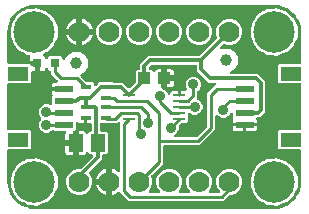
<source format=gbr>
G04 EAGLE Gerber RS-274X export*
G75*
%MOMM*%
%FSLAX34Y34*%
%LPD*%
%INTop Copper*%
%IPPOS*%
%AMOC8*
5,1,8,0,0,1.08239X$1,22.5*%
G01*
%ADD10R,1.240000X1.500000*%
%ADD11R,1.075000X1.000000*%
%ADD12R,0.900000X0.450000*%
%ADD13C,1.778000*%
%ADD14C,3.516000*%
%ADD15R,1.550000X0.600000*%
%ADD16R,1.800000X1.200000*%
%ADD17C,1.000000*%
%ADD18R,0.800000X0.800000*%
%ADD19R,1.000000X0.250000*%
%ADD20C,0.889000*%
%ADD21C,0.254000*%
%ADD22C,0.304800*%

G36*
X228622Y2543D02*
X228622Y2543D01*
X228700Y2545D01*
X232077Y2810D01*
X232145Y2824D01*
X232214Y2829D01*
X232370Y2869D01*
X238794Y4956D01*
X238901Y5006D01*
X239012Y5050D01*
X239063Y5083D01*
X239082Y5091D01*
X239097Y5104D01*
X239148Y5136D01*
X244612Y9107D01*
X244699Y9188D01*
X244746Y9227D01*
X244752Y9231D01*
X244753Y9233D01*
X244791Y9264D01*
X244829Y9310D01*
X244844Y9324D01*
X244855Y9342D01*
X244893Y9388D01*
X246586Y11717D01*
X246599Y11741D01*
X246616Y11761D01*
X246675Y11880D01*
X246739Y11996D01*
X246746Y12022D01*
X246758Y12046D01*
X246785Y12174D01*
X246799Y12185D01*
X246823Y12196D01*
X246925Y12281D01*
X247031Y12361D01*
X247048Y12381D01*
X247068Y12398D01*
X247171Y12522D01*
X248864Y14852D01*
X248921Y14956D01*
X248985Y15056D01*
X249007Y15113D01*
X249017Y15131D01*
X249022Y15151D01*
X249044Y15206D01*
X251131Y21630D01*
X251144Y21698D01*
X251167Y21764D01*
X251190Y21923D01*
X251455Y25300D01*
X251455Y25304D01*
X251456Y25307D01*
X251455Y25326D01*
X251459Y25400D01*
X251459Y51598D01*
X251444Y51716D01*
X251437Y51835D01*
X251424Y51873D01*
X251419Y51914D01*
X251376Y52024D01*
X251339Y52137D01*
X251317Y52172D01*
X251302Y52209D01*
X251233Y52305D01*
X251169Y52406D01*
X251139Y52434D01*
X251116Y52467D01*
X251024Y52543D01*
X250937Y52624D01*
X250902Y52644D01*
X250871Y52669D01*
X250763Y52720D01*
X250659Y52778D01*
X250619Y52788D01*
X250583Y52805D01*
X250466Y52827D01*
X250351Y52857D01*
X250291Y52861D01*
X250271Y52865D01*
X250250Y52863D01*
X250190Y52867D01*
X232618Y52867D01*
X231427Y54058D01*
X231427Y67742D01*
X232618Y68933D01*
X250190Y68933D01*
X250308Y68948D01*
X250427Y68955D01*
X250465Y68968D01*
X250506Y68973D01*
X250616Y69016D01*
X250729Y69053D01*
X250764Y69075D01*
X250801Y69090D01*
X250897Y69159D01*
X250998Y69223D01*
X251026Y69253D01*
X251059Y69276D01*
X251135Y69368D01*
X251216Y69455D01*
X251236Y69490D01*
X251261Y69521D01*
X251312Y69629D01*
X251370Y69733D01*
X251380Y69773D01*
X251397Y69809D01*
X251419Y69926D01*
X251449Y70041D01*
X251453Y70101D01*
X251457Y70121D01*
X251455Y70142D01*
X251459Y70202D01*
X251459Y107598D01*
X251444Y107716D01*
X251437Y107835D01*
X251424Y107873D01*
X251419Y107914D01*
X251376Y108024D01*
X251339Y108137D01*
X251317Y108172D01*
X251302Y108209D01*
X251233Y108305D01*
X251169Y108406D01*
X251139Y108434D01*
X251116Y108467D01*
X251024Y108543D01*
X250937Y108624D01*
X250902Y108644D01*
X250871Y108669D01*
X250763Y108720D01*
X250659Y108778D01*
X250619Y108788D01*
X250583Y108805D01*
X250466Y108827D01*
X250351Y108857D01*
X250291Y108861D01*
X250271Y108865D01*
X250250Y108863D01*
X250190Y108867D01*
X232618Y108867D01*
X231427Y110058D01*
X231427Y123742D01*
X232618Y124933D01*
X250190Y124933D01*
X250308Y124948D01*
X250427Y124955D01*
X250465Y124968D01*
X250506Y124973D01*
X250616Y125016D01*
X250729Y125053D01*
X250764Y125075D01*
X250801Y125090D01*
X250897Y125159D01*
X250998Y125223D01*
X251026Y125253D01*
X251059Y125276D01*
X251135Y125368D01*
X251216Y125455D01*
X251236Y125490D01*
X251261Y125521D01*
X251312Y125629D01*
X251370Y125733D01*
X251380Y125773D01*
X251397Y125809D01*
X251419Y125926D01*
X251449Y126041D01*
X251453Y126101D01*
X251457Y126121D01*
X251455Y126142D01*
X251459Y126202D01*
X251459Y152400D01*
X251457Y152422D01*
X251455Y152500D01*
X251190Y155877D01*
X251176Y155945D01*
X251171Y156014D01*
X251131Y156170D01*
X249044Y162594D01*
X248993Y162701D01*
X248950Y162812D01*
X248917Y162863D01*
X248909Y162882D01*
X248896Y162897D01*
X248864Y162948D01*
X247171Y165277D01*
X247153Y165297D01*
X247139Y165320D01*
X247044Y165413D01*
X246953Y165509D01*
X246931Y165524D01*
X246912Y165542D01*
X246798Y165608D01*
X246792Y165624D01*
X246789Y165651D01*
X246740Y165775D01*
X246697Y165900D01*
X246682Y165922D01*
X246672Y165947D01*
X246586Y166083D01*
X244893Y168413D01*
X244812Y168499D01*
X244736Y168591D01*
X244690Y168629D01*
X244676Y168644D01*
X244658Y168655D01*
X244612Y168693D01*
X239148Y172664D01*
X239044Y172721D01*
X238944Y172785D01*
X238887Y172807D01*
X238869Y172817D01*
X238849Y172822D01*
X238794Y172844D01*
X232370Y174931D01*
X232302Y174944D01*
X232236Y174967D01*
X232077Y174990D01*
X228700Y175255D01*
X228678Y175254D01*
X228600Y175259D01*
X25400Y175259D01*
X25378Y175257D01*
X25300Y175255D01*
X21923Y174990D01*
X21855Y174976D01*
X21786Y174971D01*
X21630Y174931D01*
X18892Y174041D01*
X18867Y174030D01*
X18841Y174024D01*
X18724Y173963D01*
X18604Y173906D01*
X18583Y173889D01*
X18560Y173877D01*
X18462Y173789D01*
X18445Y173788D01*
X18418Y173793D01*
X18286Y173785D01*
X18153Y173783D01*
X18127Y173775D01*
X18101Y173774D01*
X17945Y173734D01*
X15206Y172844D01*
X15099Y172794D01*
X14988Y172750D01*
X14937Y172717D01*
X14918Y172709D01*
X14903Y172696D01*
X14852Y172664D01*
X9388Y168693D01*
X9301Y168612D01*
X9209Y168536D01*
X9171Y168490D01*
X9156Y168476D01*
X9145Y168458D01*
X9107Y168412D01*
X5136Y162948D01*
X5079Y162844D01*
X5015Y162744D01*
X4993Y162687D01*
X4983Y162669D01*
X4978Y162649D01*
X4956Y162594D01*
X2869Y156170D01*
X2856Y156102D01*
X2833Y156036D01*
X2810Y155877D01*
X2545Y152500D01*
X2546Y152478D01*
X2541Y152400D01*
X2541Y126202D01*
X2556Y126084D01*
X2563Y125965D01*
X2576Y125927D01*
X2581Y125886D01*
X2624Y125776D01*
X2661Y125663D01*
X2683Y125628D01*
X2698Y125591D01*
X2767Y125495D01*
X2831Y125394D01*
X2861Y125366D01*
X2884Y125333D01*
X2976Y125257D01*
X3063Y125176D01*
X3098Y125156D01*
X3129Y125131D01*
X3237Y125080D01*
X3341Y125022D01*
X3381Y125012D01*
X3417Y124995D01*
X3534Y124973D01*
X3649Y124943D01*
X3709Y124939D01*
X3729Y124935D01*
X3750Y124937D01*
X3810Y124933D01*
X21382Y124933D01*
X22212Y124102D01*
X22291Y124042D01*
X22363Y123974D01*
X22416Y123945D01*
X22464Y123908D01*
X22555Y123868D01*
X22641Y123820D01*
X22700Y123805D01*
X22755Y123781D01*
X22853Y123766D01*
X22949Y123741D01*
X23049Y123735D01*
X23069Y123731D01*
X23082Y123732D01*
X23110Y123731D01*
X26061Y123731D01*
X26061Y119189D01*
X23842Y119189D01*
X23724Y119174D01*
X23605Y119167D01*
X23567Y119154D01*
X23526Y119149D01*
X23416Y119106D01*
X23303Y119069D01*
X23268Y119047D01*
X23231Y119032D01*
X23135Y118963D01*
X23034Y118899D01*
X23006Y118869D01*
X22973Y118846D01*
X22897Y118754D01*
X22816Y118667D01*
X22796Y118632D01*
X22771Y118601D01*
X22720Y118493D01*
X22662Y118389D01*
X22652Y118349D01*
X22635Y118313D01*
X22613Y118196D01*
X22583Y118081D01*
X22579Y118021D01*
X22575Y118001D01*
X22577Y117980D01*
X22573Y117920D01*
X22573Y110058D01*
X21382Y108867D01*
X3810Y108867D01*
X3692Y108852D01*
X3573Y108845D01*
X3535Y108832D01*
X3494Y108827D01*
X3384Y108784D01*
X3271Y108747D01*
X3236Y108725D01*
X3199Y108710D01*
X3103Y108641D01*
X3002Y108577D01*
X2974Y108547D01*
X2941Y108524D01*
X2865Y108432D01*
X2784Y108345D01*
X2764Y108310D01*
X2739Y108279D01*
X2688Y108171D01*
X2630Y108067D01*
X2620Y108027D01*
X2603Y107991D01*
X2581Y107874D01*
X2551Y107759D01*
X2547Y107699D01*
X2543Y107679D01*
X2545Y107658D01*
X2541Y107598D01*
X2541Y70202D01*
X2556Y70084D01*
X2563Y69965D01*
X2576Y69927D01*
X2581Y69886D01*
X2624Y69776D01*
X2661Y69663D01*
X2683Y69628D01*
X2698Y69591D01*
X2767Y69495D01*
X2831Y69394D01*
X2861Y69366D01*
X2884Y69333D01*
X2976Y69257D01*
X3063Y69176D01*
X3098Y69156D01*
X3129Y69131D01*
X3237Y69080D01*
X3341Y69022D01*
X3381Y69012D01*
X3417Y68995D01*
X3534Y68973D01*
X3649Y68943D01*
X3709Y68939D01*
X3729Y68935D01*
X3750Y68937D01*
X3810Y68933D01*
X21382Y68933D01*
X22573Y67742D01*
X22573Y54058D01*
X21382Y52867D01*
X3810Y52867D01*
X3692Y52852D01*
X3573Y52845D01*
X3535Y52832D01*
X3494Y52827D01*
X3384Y52784D01*
X3271Y52747D01*
X3236Y52725D01*
X3199Y52710D01*
X3103Y52641D01*
X3002Y52577D01*
X2974Y52547D01*
X2941Y52524D01*
X2865Y52432D01*
X2784Y52345D01*
X2764Y52310D01*
X2739Y52279D01*
X2688Y52171D01*
X2630Y52067D01*
X2620Y52027D01*
X2603Y51991D01*
X2581Y51874D01*
X2551Y51759D01*
X2547Y51699D01*
X2543Y51679D01*
X2545Y51658D01*
X2541Y51598D01*
X2541Y25400D01*
X2543Y25378D01*
X2545Y25300D01*
X2810Y21923D01*
X2824Y21855D01*
X2829Y21786D01*
X2869Y21630D01*
X4956Y15206D01*
X5006Y15099D01*
X5050Y14988D01*
X5083Y14937D01*
X5091Y14918D01*
X5104Y14903D01*
X5136Y14852D01*
X9107Y9388D01*
X9127Y9366D01*
X9138Y9348D01*
X9184Y9305D01*
X9188Y9301D01*
X9264Y9209D01*
X9310Y9171D01*
X9324Y9156D01*
X9342Y9145D01*
X9388Y9107D01*
X14852Y5136D01*
X14956Y5079D01*
X15056Y5015D01*
X15113Y4993D01*
X15131Y4983D01*
X15151Y4978D01*
X15206Y4956D01*
X17945Y4066D01*
X17971Y4061D01*
X17996Y4051D01*
X18127Y4031D01*
X18257Y4007D01*
X18284Y4008D01*
X18310Y4004D01*
X18441Y4018D01*
X18455Y4008D01*
X18474Y3989D01*
X18586Y3917D01*
X18694Y3842D01*
X18719Y3832D01*
X18742Y3818D01*
X18892Y3759D01*
X21630Y2869D01*
X21698Y2856D01*
X21764Y2833D01*
X21923Y2810D01*
X25300Y2545D01*
X25322Y2546D01*
X25400Y2541D01*
X228600Y2541D01*
X228622Y2543D01*
G37*
%LPC*%
G36*
X105312Y9397D02*
X105312Y9397D01*
X103006Y11703D01*
X103006Y11704D01*
X100604Y14106D01*
X98085Y16624D01*
X97990Y16698D01*
X97900Y16777D01*
X97865Y16795D01*
X97834Y16819D01*
X97724Y16867D01*
X97617Y16921D01*
X97578Y16930D01*
X97542Y16946D01*
X97423Y16964D01*
X97307Y16991D01*
X97267Y16989D01*
X97228Y16996D01*
X97108Y16984D01*
X96989Y16981D01*
X96951Y16969D01*
X96911Y16966D01*
X96798Y16925D01*
X96683Y16892D01*
X96649Y16872D01*
X96612Y16858D01*
X96566Y16827D01*
X96563Y16826D01*
X96443Y16749D01*
X96410Y16730D01*
X96390Y16713D01*
X94891Y15623D01*
X93288Y14807D01*
X91577Y14251D01*
X91399Y14223D01*
X91399Y24170D01*
X91384Y24288D01*
X91377Y24407D01*
X91364Y24445D01*
X91359Y24485D01*
X91316Y24596D01*
X91279Y24709D01*
X91257Y24743D01*
X91242Y24781D01*
X91173Y24877D01*
X91109Y24978D01*
X91079Y25006D01*
X91056Y25038D01*
X90964Y25114D01*
X90877Y25196D01*
X90842Y25215D01*
X90811Y25241D01*
X90703Y25292D01*
X90599Y25349D01*
X90559Y25359D01*
X90523Y25377D01*
X90416Y25397D01*
X90446Y25401D01*
X90556Y25445D01*
X90669Y25481D01*
X90704Y25503D01*
X90741Y25518D01*
X90837Y25588D01*
X90938Y25651D01*
X90966Y25681D01*
X90999Y25705D01*
X91075Y25796D01*
X91156Y25883D01*
X91176Y25918D01*
X91201Y25950D01*
X91252Y26057D01*
X91310Y26162D01*
X91320Y26201D01*
X91337Y26237D01*
X91359Y26354D01*
X91389Y26470D01*
X91393Y26530D01*
X91397Y26550D01*
X91395Y26570D01*
X91397Y26576D01*
X91396Y26583D01*
X91399Y26630D01*
X91399Y36577D01*
X91577Y36549D01*
X93288Y35993D01*
X94891Y35177D01*
X96282Y34166D01*
X96317Y34147D01*
X96347Y34121D01*
X96456Y34070D01*
X96561Y34013D01*
X96599Y34003D01*
X96635Y33986D01*
X96752Y33963D01*
X96869Y33933D01*
X96909Y33933D01*
X96948Y33926D01*
X97067Y33933D01*
X97187Y33933D01*
X97225Y33943D01*
X97265Y33946D01*
X97379Y33983D01*
X97495Y34012D01*
X97530Y34032D01*
X97567Y34044D01*
X97669Y34108D01*
X97774Y34165D01*
X97803Y34193D01*
X97836Y34214D01*
X97918Y34301D01*
X98005Y34383D01*
X98027Y34417D01*
X98054Y34446D01*
X98112Y34551D01*
X98176Y34651D01*
X98188Y34689D01*
X98208Y34724D01*
X98237Y34840D01*
X98275Y34954D01*
X98277Y34994D01*
X98287Y35032D01*
X98297Y35193D01*
X98297Y75322D01*
X98280Y75460D01*
X98267Y75599D01*
X98260Y75618D01*
X98257Y75638D01*
X98206Y75767D01*
X98159Y75898D01*
X98148Y75915D01*
X98140Y75933D01*
X98059Y76046D01*
X97981Y76161D01*
X97965Y76174D01*
X97954Y76191D01*
X97846Y76280D01*
X97742Y76372D01*
X97724Y76381D01*
X97709Y76394D01*
X97583Y76453D01*
X97459Y76516D01*
X97439Y76521D01*
X97421Y76529D01*
X97284Y76555D01*
X97149Y76586D01*
X97128Y76585D01*
X97109Y76589D01*
X96970Y76580D01*
X96831Y76576D01*
X96811Y76570D01*
X96791Y76569D01*
X96659Y76526D01*
X96525Y76488D01*
X96508Y76477D01*
X96489Y76471D01*
X96371Y76397D01*
X96251Y76326D01*
X96230Y76308D01*
X96220Y76301D01*
X96206Y76286D01*
X96131Y76220D01*
X95348Y75437D01*
X91848Y75437D01*
X91769Y75427D01*
X82296Y75427D01*
X82178Y75412D01*
X82059Y75405D01*
X82021Y75392D01*
X81980Y75387D01*
X81870Y75344D01*
X81757Y75307D01*
X81722Y75285D01*
X81685Y75270D01*
X81589Y75201D01*
X81488Y75137D01*
X81460Y75107D01*
X81427Y75084D01*
X81351Y74992D01*
X81270Y74905D01*
X81250Y74870D01*
X81225Y74839D01*
X81174Y74731D01*
X81116Y74627D01*
X81106Y74587D01*
X81089Y74551D01*
X81067Y74434D01*
X81037Y74319D01*
X81033Y74259D01*
X81029Y74239D01*
X81031Y74218D01*
X81027Y74158D01*
X81027Y69222D01*
X81042Y69104D01*
X81049Y68985D01*
X81062Y68947D01*
X81067Y68906D01*
X81110Y68796D01*
X81147Y68683D01*
X81169Y68648D01*
X81184Y68611D01*
X81253Y68515D01*
X81317Y68414D01*
X81347Y68386D01*
X81370Y68353D01*
X81462Y68277D01*
X81549Y68196D01*
X81584Y68176D01*
X81615Y68151D01*
X81723Y68100D01*
X81827Y68042D01*
X81867Y68032D01*
X81903Y68015D01*
X82020Y67993D01*
X82135Y67963D01*
X82195Y67959D01*
X82215Y67955D01*
X82236Y67957D01*
X82296Y67953D01*
X86392Y67953D01*
X87583Y66762D01*
X87583Y50078D01*
X86392Y48887D01*
X84176Y48887D01*
X84058Y48872D01*
X83939Y48865D01*
X83901Y48852D01*
X83860Y48847D01*
X83750Y48804D01*
X83637Y48767D01*
X83602Y48745D01*
X83565Y48730D01*
X83469Y48661D01*
X83368Y48597D01*
X83340Y48567D01*
X83307Y48544D01*
X83231Y48452D01*
X83150Y48365D01*
X83130Y48330D01*
X83105Y48299D01*
X83054Y48191D01*
X82996Y48087D01*
X82986Y48047D01*
X82969Y48011D01*
X82947Y47894D01*
X82917Y47779D01*
X82913Y47719D01*
X82909Y47699D01*
X82911Y47678D01*
X82907Y47618D01*
X82907Y44857D01*
X72096Y34046D01*
X72023Y33952D01*
X71944Y33863D01*
X71926Y33827D01*
X71901Y33795D01*
X71854Y33685D01*
X71800Y33579D01*
X71791Y33540D01*
X71775Y33503D01*
X71756Y33385D01*
X71730Y33269D01*
X71731Y33229D01*
X71725Y33189D01*
X71736Y33070D01*
X71740Y32951D01*
X71751Y32912D01*
X71755Y32872D01*
X71795Y32760D01*
X71828Y32646D01*
X71849Y32611D01*
X71862Y32573D01*
X71929Y32474D01*
X71990Y32372D01*
X72029Y32327D01*
X72041Y32310D01*
X72056Y32296D01*
X72096Y32251D01*
X72760Y31587D01*
X74423Y27573D01*
X74423Y23227D01*
X72760Y19213D01*
X69687Y16140D01*
X65673Y14477D01*
X61327Y14477D01*
X57313Y16140D01*
X54240Y19213D01*
X52577Y23227D01*
X52577Y27573D01*
X54240Y31587D01*
X57313Y34660D01*
X61327Y36323D01*
X63787Y36323D01*
X63885Y36335D01*
X63984Y36338D01*
X64042Y36355D01*
X64103Y36363D01*
X64195Y36399D01*
X64290Y36427D01*
X64342Y36457D01*
X64398Y36480D01*
X64478Y36538D01*
X64564Y36588D01*
X64639Y36654D01*
X64656Y36666D01*
X64663Y36676D01*
X64685Y36694D01*
X74711Y46721D01*
X74796Y46830D01*
X74884Y46937D01*
X74893Y46956D01*
X74906Y46972D01*
X74961Y47100D01*
X75020Y47225D01*
X75024Y47245D01*
X75032Y47264D01*
X75054Y47402D01*
X75080Y47538D01*
X75079Y47558D01*
X75082Y47578D01*
X75069Y47717D01*
X75060Y47855D01*
X75054Y47874D01*
X75052Y47894D01*
X75005Y48026D01*
X74962Y48157D01*
X74951Y48175D01*
X74944Y48194D01*
X74866Y48309D01*
X74792Y48426D01*
X74777Y48440D01*
X74766Y48457D01*
X74661Y48549D01*
X74560Y48644D01*
X74543Y48654D01*
X74527Y48667D01*
X74403Y48731D01*
X74282Y48798D01*
X74262Y48803D01*
X74244Y48812D01*
X74108Y48842D01*
X73974Y48877D01*
X73946Y48879D01*
X73934Y48882D01*
X73913Y48881D01*
X73813Y48887D01*
X72308Y48887D01*
X70943Y50252D01*
X70844Y50329D01*
X70749Y50411D01*
X70719Y50426D01*
X70692Y50447D01*
X70576Y50497D01*
X70464Y50553D01*
X70431Y50560D01*
X70400Y50573D01*
X70276Y50593D01*
X70153Y50619D01*
X70119Y50618D01*
X70086Y50623D01*
X69960Y50611D01*
X69835Y50606D01*
X69803Y50597D01*
X69769Y50593D01*
X69651Y50551D01*
X69531Y50515D01*
X69502Y50497D01*
X69470Y50486D01*
X69366Y50415D01*
X69258Y50350D01*
X69235Y50326D01*
X69207Y50307D01*
X69124Y50213D01*
X69036Y50123D01*
X69008Y50083D01*
X68996Y50069D01*
X68987Y50050D01*
X68946Y49989D01*
X68583Y49360D01*
X68110Y48887D01*
X67531Y48552D01*
X66884Y48379D01*
X62889Y48379D01*
X62889Y57150D01*
X62874Y57268D01*
X62867Y57387D01*
X62854Y57425D01*
X62849Y57465D01*
X62805Y57576D01*
X62769Y57689D01*
X62747Y57724D01*
X62732Y57761D01*
X62662Y57857D01*
X62599Y57958D01*
X62569Y57986D01*
X62545Y58018D01*
X62454Y58094D01*
X62367Y58176D01*
X62332Y58195D01*
X62300Y58221D01*
X62193Y58272D01*
X62089Y58329D01*
X62049Y58340D01*
X62013Y58357D01*
X61896Y58379D01*
X61781Y58409D01*
X61720Y58413D01*
X61700Y58417D01*
X61680Y58415D01*
X61620Y58419D01*
X60349Y58419D01*
X60349Y58421D01*
X61620Y58421D01*
X61738Y58436D01*
X61857Y58443D01*
X61895Y58456D01*
X61935Y58461D01*
X62046Y58505D01*
X62159Y58541D01*
X62194Y58563D01*
X62231Y58578D01*
X62327Y58648D01*
X62428Y58711D01*
X62456Y58741D01*
X62488Y58765D01*
X62564Y58856D01*
X62646Y58943D01*
X62665Y58978D01*
X62691Y59010D01*
X62742Y59117D01*
X62799Y59221D01*
X62810Y59261D01*
X62827Y59297D01*
X62849Y59414D01*
X62879Y59529D01*
X62883Y59590D01*
X62887Y59610D01*
X62885Y59630D01*
X62889Y59690D01*
X62889Y68461D01*
X66884Y68461D01*
X67531Y68288D01*
X68110Y67953D01*
X68583Y67480D01*
X68946Y66851D01*
X69022Y66751D01*
X69093Y66647D01*
X69118Y66624D01*
X69139Y66597D01*
X69237Y66519D01*
X69331Y66436D01*
X69361Y66421D01*
X69388Y66400D01*
X69503Y66349D01*
X69615Y66291D01*
X69648Y66284D01*
X69678Y66270D01*
X69802Y66249D01*
X69925Y66222D01*
X69959Y66223D01*
X69992Y66217D01*
X70117Y66228D01*
X70243Y66231D01*
X70275Y66241D01*
X70309Y66244D01*
X70427Y66285D01*
X70548Y66320D01*
X70577Y66337D01*
X70609Y66348D01*
X70714Y66418D01*
X70822Y66481D01*
X70859Y66514D01*
X70874Y66524D01*
X70889Y66540D01*
X70943Y66588D01*
X72308Y67953D01*
X72644Y67953D01*
X72762Y67968D01*
X72881Y67975D01*
X72919Y67988D01*
X72960Y67993D01*
X73070Y68036D01*
X73183Y68073D01*
X73218Y68095D01*
X73255Y68110D01*
X73351Y68179D01*
X73452Y68243D01*
X73480Y68273D01*
X73513Y68296D01*
X73589Y68388D01*
X73670Y68475D01*
X73690Y68510D01*
X73715Y68541D01*
X73766Y68649D01*
X73824Y68753D01*
X73834Y68793D01*
X73851Y68829D01*
X73873Y68946D01*
X73903Y69061D01*
X73907Y69121D01*
X73911Y69141D01*
X73909Y69162D01*
X73913Y69222D01*
X73913Y73650D01*
X73898Y73768D01*
X73891Y73887D01*
X73878Y73925D01*
X73873Y73966D01*
X73830Y74076D01*
X73793Y74189D01*
X73771Y74224D01*
X73756Y74261D01*
X73687Y74357D01*
X73623Y74458D01*
X73593Y74486D01*
X73570Y74519D01*
X73478Y74595D01*
X73391Y74676D01*
X73356Y74696D01*
X73325Y74721D01*
X73217Y74772D01*
X73113Y74830D01*
X73073Y74840D01*
X73037Y74857D01*
X72920Y74879D01*
X72805Y74909D01*
X72745Y74913D01*
X72725Y74917D01*
X72704Y74915D01*
X72644Y74919D01*
X70239Y74919D01*
X70239Y79710D01*
X70224Y79828D01*
X70217Y79947D01*
X70205Y79985D01*
X70200Y80025D01*
X70156Y80136D01*
X70119Y80249D01*
X70097Y80283D01*
X70083Y80321D01*
X70013Y80417D01*
X69949Y80518D01*
X69919Y80546D01*
X69896Y80578D01*
X69804Y80654D01*
X69717Y80736D01*
X69682Y80755D01*
X69651Y80781D01*
X69543Y80832D01*
X69439Y80889D01*
X69400Y80899D01*
X69363Y80917D01*
X69246Y80939D01*
X69131Y80969D01*
X69071Y80973D01*
X69051Y80976D01*
X69050Y80976D01*
X69030Y80975D01*
X68970Y80979D01*
X68852Y80964D01*
X68733Y80957D01*
X68694Y80944D01*
X68654Y80939D01*
X68544Y80895D01*
X68430Y80859D01*
X68396Y80837D01*
X68359Y80822D01*
X68262Y80752D01*
X68162Y80688D01*
X68134Y80659D01*
X68101Y80635D01*
X68025Y80543D01*
X67944Y80457D01*
X67924Y80421D01*
X67898Y80390D01*
X67848Y80283D01*
X67790Y80178D01*
X67780Y80139D01*
X67763Y80103D01*
X67741Y79986D01*
X67711Y79870D01*
X67707Y79810D01*
X67703Y79790D01*
X67704Y79770D01*
X67701Y79710D01*
X67701Y74919D01*
X64136Y74919D01*
X63489Y75092D01*
X62910Y75427D01*
X62490Y75847D01*
X62380Y75933D01*
X62273Y76021D01*
X62254Y76030D01*
X62238Y76042D01*
X62110Y76098D01*
X61985Y76157D01*
X61965Y76161D01*
X61946Y76169D01*
X61808Y76191D01*
X61672Y76217D01*
X61652Y76215D01*
X61632Y76219D01*
X61493Y76205D01*
X61355Y76197D01*
X61336Y76191D01*
X61316Y76189D01*
X61185Y76142D01*
X61053Y76099D01*
X61035Y76088D01*
X61016Y76081D01*
X60902Y76003D01*
X60784Y75929D01*
X60770Y75914D01*
X60753Y75903D01*
X60661Y75799D01*
X60566Y75697D01*
X60556Y75679D01*
X60543Y75664D01*
X60480Y75540D01*
X60412Y75419D01*
X60407Y75399D01*
X60398Y75381D01*
X60368Y75245D01*
X60333Y75111D01*
X60331Y75083D01*
X60328Y75071D01*
X60329Y75050D01*
X60323Y74950D01*
X60323Y70058D01*
X59132Y68867D01*
X59080Y68867D01*
X58962Y68852D01*
X58843Y68845D01*
X58805Y68832D01*
X58765Y68827D01*
X58654Y68784D01*
X58541Y68747D01*
X58506Y68725D01*
X58469Y68710D01*
X58373Y68641D01*
X58272Y68577D01*
X58244Y68547D01*
X58211Y68524D01*
X58136Y68432D01*
X58054Y68345D01*
X58034Y68310D01*
X58009Y68279D01*
X57958Y68171D01*
X57900Y68067D01*
X57890Y68027D01*
X57873Y67991D01*
X57851Y67874D01*
X57821Y67759D01*
X57817Y67699D01*
X57813Y67679D01*
X57815Y67658D01*
X57811Y67598D01*
X57811Y60959D01*
X51609Y60959D01*
X51609Y66254D01*
X51782Y66901D01*
X51819Y66963D01*
X51870Y67085D01*
X51926Y67205D01*
X51931Y67232D01*
X51942Y67256D01*
X51961Y67388D01*
X51986Y67518D01*
X51984Y67544D01*
X51988Y67571D01*
X51975Y67703D01*
X51966Y67835D01*
X51958Y67860D01*
X51955Y67887D01*
X51909Y68011D01*
X51868Y68137D01*
X51854Y68160D01*
X51845Y68185D01*
X51769Y68294D01*
X51698Y68406D01*
X51679Y68425D01*
X51663Y68447D01*
X51563Y68533D01*
X51467Y68624D01*
X51443Y68637D01*
X51423Y68655D01*
X51304Y68714D01*
X51188Y68778D01*
X51162Y68784D01*
X51138Y68796D01*
X51008Y68824D01*
X50880Y68857D01*
X50842Y68859D01*
X50827Y68863D01*
X50805Y68862D01*
X50719Y68867D01*
X41948Y68867D01*
X41836Y68980D01*
X41741Y69053D01*
X41652Y69131D01*
X41616Y69150D01*
X41584Y69175D01*
X41475Y69222D01*
X41369Y69276D01*
X41330Y69285D01*
X41292Y69301D01*
X41175Y69320D01*
X41059Y69346D01*
X41018Y69344D01*
X40978Y69351D01*
X40860Y69340D01*
X40741Y69336D01*
X40702Y69325D01*
X40662Y69321D01*
X40550Y69281D01*
X40435Y69248D01*
X40401Y69227D01*
X40362Y69213D01*
X40264Y69147D01*
X40161Y69086D01*
X40116Y69046D01*
X40099Y69035D01*
X40086Y69019D01*
X40041Y68980D01*
X39229Y68168D01*
X36849Y67182D01*
X34271Y67182D01*
X31891Y68168D01*
X30068Y69991D01*
X29082Y72371D01*
X29082Y74949D01*
X30068Y77329D01*
X30963Y78224D01*
X31036Y78318D01*
X31114Y78407D01*
X31133Y78443D01*
X31158Y78475D01*
X31205Y78584D01*
X31259Y78690D01*
X31268Y78729D01*
X31284Y78767D01*
X31303Y78884D01*
X31329Y79000D01*
X31327Y79041D01*
X31334Y79081D01*
X31323Y79199D01*
X31319Y79318D01*
X31308Y79357D01*
X31304Y79397D01*
X31264Y79509D01*
X31231Y79624D01*
X31210Y79659D01*
X31196Y79697D01*
X31129Y79795D01*
X31069Y79898D01*
X31029Y79943D01*
X31018Y79960D01*
X31002Y79973D01*
X30963Y80019D01*
X30068Y80913D01*
X29082Y83293D01*
X29082Y85871D01*
X30068Y88251D01*
X31891Y90074D01*
X34271Y91060D01*
X36849Y91060D01*
X39002Y90168D01*
X39050Y90154D01*
X39095Y90133D01*
X39203Y90113D01*
X39309Y90084D01*
X39359Y90083D01*
X39408Y90074D01*
X39517Y90080D01*
X39627Y90079D01*
X39675Y90090D01*
X39725Y90093D01*
X39829Y90127D01*
X39936Y90153D01*
X39980Y90176D01*
X40027Y90191D01*
X40120Y90250D01*
X40217Y90301D01*
X40254Y90335D01*
X40296Y90361D01*
X40371Y90442D01*
X40453Y90515D01*
X40480Y90557D01*
X40514Y90593D01*
X40567Y90689D01*
X40627Y90781D01*
X40644Y90828D01*
X40668Y90872D01*
X40695Y90978D01*
X40731Y91082D01*
X40735Y91131D01*
X40747Y91180D01*
X40757Y91340D01*
X40757Y97767D01*
X40811Y97827D01*
X40829Y97863D01*
X40854Y97895D01*
X40901Y98004D01*
X40955Y98111D01*
X40964Y98150D01*
X40980Y98186D01*
X40999Y98304D01*
X41025Y98421D01*
X41023Y98461D01*
X41030Y98500D01*
X41019Y98619D01*
X41015Y98739D01*
X41004Y98777D01*
X41000Y98817D01*
X40960Y98929D01*
X40926Y99044D01*
X40906Y99079D01*
X40892Y99116D01*
X40845Y99186D01*
X40840Y99195D01*
X40422Y99919D01*
X40249Y100566D01*
X40249Y102401D01*
X50310Y102401D01*
X50428Y102416D01*
X50547Y102423D01*
X50585Y102435D01*
X50625Y102441D01*
X50736Y102484D01*
X50849Y102521D01*
X50883Y102543D01*
X50921Y102558D01*
X51017Y102627D01*
X51118Y102691D01*
X51146Y102721D01*
X51178Y102744D01*
X51254Y102836D01*
X51336Y102923D01*
X51355Y102958D01*
X51381Y102989D01*
X51432Y103097D01*
X51489Y103201D01*
X51499Y103241D01*
X51517Y103277D01*
X51539Y103394D01*
X51569Y103509D01*
X51573Y103569D01*
X51576Y103589D01*
X51575Y103610D01*
X51579Y103670D01*
X51579Y104130D01*
X51564Y104248D01*
X51557Y104367D01*
X51544Y104405D01*
X51539Y104446D01*
X51495Y104556D01*
X51459Y104669D01*
X51437Y104704D01*
X51422Y104741D01*
X51352Y104837D01*
X51289Y104938D01*
X51259Y104966D01*
X51235Y104999D01*
X51144Y105075D01*
X51057Y105156D01*
X51022Y105176D01*
X50990Y105201D01*
X50883Y105252D01*
X50778Y105310D01*
X50739Y105320D01*
X50703Y105337D01*
X50586Y105359D01*
X50470Y105389D01*
X50410Y105393D01*
X50390Y105397D01*
X50370Y105395D01*
X50310Y105399D01*
X40249Y105399D01*
X40249Y107234D01*
X40422Y107881D01*
X40757Y108460D01*
X41230Y108933D01*
X41809Y109268D01*
X42456Y109441D01*
X43994Y109441D01*
X44132Y109458D01*
X44271Y109471D01*
X44290Y109478D01*
X44310Y109481D01*
X44439Y109532D01*
X44570Y109579D01*
X44587Y109590D01*
X44605Y109598D01*
X44718Y109679D01*
X44833Y109757D01*
X44846Y109773D01*
X44863Y109784D01*
X44952Y109892D01*
X45044Y109996D01*
X45053Y110014D01*
X45066Y110029D01*
X45125Y110155D01*
X45188Y110279D01*
X45193Y110299D01*
X45201Y110317D01*
X45227Y110453D01*
X45258Y110589D01*
X45257Y110610D01*
X45261Y110629D01*
X45252Y110768D01*
X45248Y110907D01*
X45242Y110927D01*
X45241Y110947D01*
X45198Y111079D01*
X45160Y111213D01*
X45149Y111230D01*
X45143Y111249D01*
X45069Y111367D01*
X44998Y111487D01*
X44980Y111508D01*
X44973Y111518D01*
X44958Y111532D01*
X44892Y111607D01*
X42064Y114436D01*
X39757Y116742D01*
X39757Y118428D01*
X39742Y118546D01*
X39735Y118665D01*
X39722Y118703D01*
X39717Y118744D01*
X39674Y118854D01*
X39637Y118967D01*
X39615Y119002D01*
X39600Y119039D01*
X39531Y119135D01*
X39467Y119236D01*
X39437Y119264D01*
X39414Y119297D01*
X39322Y119373D01*
X39235Y119454D01*
X39200Y119474D01*
X39169Y119499D01*
X39061Y119550D01*
X38957Y119608D01*
X38917Y119618D01*
X38881Y119635D01*
X38764Y119657D01*
X38649Y119687D01*
X38589Y119691D01*
X38569Y119695D01*
X38548Y119693D01*
X38488Y119697D01*
X38218Y119697D01*
X37016Y120899D01*
X37008Y120962D01*
X36991Y121113D01*
X36988Y121119D01*
X36987Y121126D01*
X36931Y121269D01*
X36877Y121410D01*
X36873Y121416D01*
X36870Y121422D01*
X36781Y121546D01*
X36693Y121669D01*
X36688Y121674D01*
X36684Y121679D01*
X36565Y121777D01*
X36450Y121875D01*
X36444Y121878D01*
X36439Y121882D01*
X36301Y121947D01*
X36164Y122013D01*
X36157Y122015D01*
X36151Y122018D01*
X36003Y122046D01*
X35852Y122076D01*
X35845Y122076D01*
X35839Y122077D01*
X35687Y122068D01*
X35534Y122060D01*
X35528Y122058D01*
X35521Y122058D01*
X35377Y122011D01*
X35231Y121965D01*
X35225Y121962D01*
X35219Y121960D01*
X35090Y121878D01*
X34960Y121798D01*
X34956Y121793D01*
X34950Y121789D01*
X34845Y121678D01*
X34740Y121569D01*
X34737Y121563D01*
X34732Y121558D01*
X34658Y121424D01*
X34583Y121292D01*
X34581Y121283D01*
X34578Y121279D01*
X34576Y121269D01*
X34532Y121139D01*
X34428Y120749D01*
X34093Y120170D01*
X33620Y119697D01*
X33041Y119362D01*
X32394Y119189D01*
X30059Y119189D01*
X30059Y125000D01*
X30044Y125118D01*
X30037Y125237D01*
X30024Y125275D01*
X30019Y125315D01*
X29976Y125426D01*
X29939Y125539D01*
X29917Y125573D01*
X29902Y125611D01*
X29833Y125707D01*
X29769Y125808D01*
X29739Y125836D01*
X29716Y125868D01*
X29624Y125944D01*
X29537Y126026D01*
X29502Y126045D01*
X29471Y126071D01*
X29363Y126122D01*
X29259Y126179D01*
X29219Y126189D01*
X29183Y126207D01*
X29066Y126229D01*
X28951Y126259D01*
X28891Y126263D01*
X28871Y126266D01*
X28850Y126265D01*
X28790Y126269D01*
X28599Y126269D01*
X28599Y126460D01*
X28584Y126578D01*
X28577Y126697D01*
X28564Y126735D01*
X28559Y126776D01*
X28515Y126886D01*
X28479Y126999D01*
X28457Y127034D01*
X28442Y127071D01*
X28372Y127167D01*
X28309Y127268D01*
X28279Y127296D01*
X28255Y127329D01*
X28164Y127405D01*
X28077Y127486D01*
X28042Y127506D01*
X28010Y127531D01*
X27903Y127582D01*
X27798Y127640D01*
X27759Y127650D01*
X27723Y127667D01*
X27606Y127689D01*
X27490Y127719D01*
X27430Y127723D01*
X27410Y127727D01*
X27390Y127725D01*
X27330Y127729D01*
X21519Y127729D01*
X21519Y130064D01*
X21692Y130711D01*
X21899Y131068D01*
X21916Y131108D01*
X21939Y131144D01*
X21977Y131254D01*
X22022Y131361D01*
X22028Y131404D01*
X22042Y131445D01*
X22052Y131561D01*
X22069Y131676D01*
X22064Y131719D01*
X22068Y131762D01*
X22048Y131877D01*
X22036Y131992D01*
X22021Y132033D01*
X22013Y132075D01*
X21965Y132181D01*
X21925Y132291D01*
X21900Y132326D01*
X21883Y132365D01*
X21810Y132456D01*
X21743Y132552D01*
X21711Y132580D01*
X21684Y132613D01*
X21591Y132684D01*
X21503Y132760D01*
X21464Y132779D01*
X21430Y132805D01*
X21285Y132876D01*
X20951Y133014D01*
X20853Y133041D01*
X20757Y133077D01*
X20665Y133092D01*
X20644Y133098D01*
X20630Y133098D01*
X20598Y133104D01*
X19179Y133253D01*
X16215Y134964D01*
X16213Y134965D01*
X16210Y134967D01*
X16066Y135038D01*
X14290Y135773D01*
X13693Y136370D01*
X13626Y136422D01*
X13565Y136483D01*
X13451Y136558D01*
X13442Y136565D01*
X13438Y136567D01*
X13431Y136572D01*
X11929Y137439D01*
X10139Y139903D01*
X10126Y139917D01*
X10116Y139933D01*
X10009Y140054D01*
X8773Y141290D01*
X8357Y142296D01*
X8322Y142356D01*
X8297Y142420D01*
X8211Y142556D01*
X7008Y144211D01*
X6447Y146849D01*
X6436Y146883D01*
X6431Y146919D01*
X6379Y147071D01*
X5787Y148499D01*
X5787Y149822D01*
X5781Y149874D01*
X5783Y149926D01*
X5760Y150086D01*
X5268Y152400D01*
X5760Y154714D01*
X5764Y154767D01*
X5777Y154817D01*
X5787Y154978D01*
X5787Y156301D01*
X6379Y157729D01*
X6388Y157763D01*
X6404Y157795D01*
X6447Y157951D01*
X7008Y160589D01*
X8211Y162244D01*
X8244Y162305D01*
X8286Y162360D01*
X8357Y162504D01*
X8773Y163510D01*
X10009Y164746D01*
X10021Y164761D01*
X10036Y164773D01*
X10139Y164897D01*
X11929Y167361D01*
X13431Y168228D01*
X13499Y168280D01*
X13573Y168324D01*
X13675Y168414D01*
X13684Y168421D01*
X13687Y168424D01*
X13693Y168430D01*
X14290Y169027D01*
X16066Y169762D01*
X16068Y169764D01*
X16071Y169764D01*
X16215Y169836D01*
X18972Y171428D01*
X18993Y171444D01*
X19017Y171455D01*
X19119Y171540D01*
X19166Y171575D01*
X19203Y171568D01*
X19229Y171569D01*
X19256Y171565D01*
X19416Y171572D01*
X20598Y171696D01*
X20698Y171720D01*
X20799Y171734D01*
X20887Y171764D01*
X20908Y171769D01*
X20920Y171775D01*
X20951Y171786D01*
X21499Y172013D01*
X23543Y172013D01*
X23560Y172015D01*
X23676Y172020D01*
X27504Y172422D01*
X28573Y172075D01*
X28690Y172053D01*
X28805Y172023D01*
X28865Y172019D01*
X28885Y172015D01*
X28906Y172017D01*
X28965Y172013D01*
X29301Y172013D01*
X31209Y171223D01*
X31230Y171217D01*
X31303Y171188D01*
X35466Y169835D01*
X36078Y169285D01*
X36189Y169207D01*
X36297Y169126D01*
X36327Y169111D01*
X36339Y169103D01*
X36359Y169096D01*
X36441Y169055D01*
X36510Y169027D01*
X37805Y167732D01*
X37819Y167721D01*
X37853Y167686D01*
X41687Y164233D01*
X41900Y163756D01*
X41978Y163627D01*
X41979Y163626D01*
X42250Y162971D01*
X42255Y162963D01*
X42263Y162941D01*
X45092Y156586D01*
X45092Y148214D01*
X42263Y141859D01*
X42260Y141849D01*
X42250Y141829D01*
X41994Y141211D01*
X41975Y141187D01*
X41970Y141178D01*
X41967Y141174D01*
X41963Y141164D01*
X41900Y141044D01*
X41687Y140567D01*
X37853Y137114D01*
X37841Y137100D01*
X37805Y137068D01*
X36510Y135773D01*
X36441Y135745D01*
X36324Y135678D01*
X36204Y135615D01*
X36177Y135594D01*
X36165Y135587D01*
X36149Y135572D01*
X36078Y135515D01*
X35466Y134965D01*
X33448Y134309D01*
X33352Y134264D01*
X33252Y134227D01*
X33208Y134196D01*
X33160Y134174D01*
X33078Y134106D01*
X32991Y134046D01*
X32956Y134005D01*
X32915Y133971D01*
X32852Y133885D01*
X32783Y133805D01*
X32759Y133757D01*
X32728Y133714D01*
X32689Y133615D01*
X32641Y133520D01*
X32630Y133468D01*
X32611Y133418D01*
X32597Y133313D01*
X32575Y133209D01*
X32577Y133156D01*
X32571Y133103D01*
X32584Y132998D01*
X32588Y132891D01*
X32604Y132840D01*
X32610Y132787D01*
X32649Y132689D01*
X32680Y132587D01*
X32707Y132541D01*
X32727Y132491D01*
X32789Y132405D01*
X32844Y132315D01*
X32882Y132277D01*
X32914Y132234D01*
X32995Y132166D01*
X33071Y132092D01*
X33142Y132045D01*
X33159Y132031D01*
X33173Y132024D01*
X33205Y132003D01*
X33620Y131763D01*
X34093Y131290D01*
X34428Y130711D01*
X34532Y130321D01*
X34590Y130180D01*
X34646Y130038D01*
X34650Y130033D01*
X34652Y130026D01*
X34744Y129902D01*
X34832Y129781D01*
X34838Y129776D01*
X34842Y129771D01*
X34960Y129675D01*
X35077Y129578D01*
X35084Y129575D01*
X35089Y129571D01*
X35229Y129507D01*
X35365Y129442D01*
X35372Y129441D01*
X35378Y129438D01*
X35529Y129411D01*
X35678Y129383D01*
X35684Y129383D01*
X35691Y129382D01*
X35843Y129393D01*
X35995Y129402D01*
X36001Y129404D01*
X36008Y129405D01*
X36153Y129454D01*
X36297Y129500D01*
X36303Y129504D01*
X36310Y129506D01*
X36437Y129589D01*
X36566Y129671D01*
X36571Y129676D01*
X36576Y129679D01*
X36680Y129791D01*
X36784Y129902D01*
X36787Y129908D01*
X36792Y129913D01*
X36864Y130047D01*
X36938Y130181D01*
X36939Y130187D01*
X36942Y130193D01*
X36979Y130341D01*
X37017Y130489D01*
X37018Y130498D01*
X37019Y130502D01*
X37019Y130513D01*
X37022Y130567D01*
X38218Y131763D01*
X47902Y131763D01*
X49093Y130572D01*
X49093Y129914D01*
X49111Y129769D01*
X49126Y129624D01*
X49131Y129612D01*
X49133Y129598D01*
X49186Y129463D01*
X49237Y129326D01*
X49245Y129315D01*
X49250Y129302D01*
X49335Y129185D01*
X49418Y129065D01*
X49428Y129056D01*
X49436Y129045D01*
X49549Y128952D01*
X49659Y128857D01*
X49671Y128851D01*
X49681Y128842D01*
X49813Y128780D01*
X49944Y128715D01*
X49957Y128712D01*
X49969Y128707D01*
X50111Y128680D01*
X50255Y128649D01*
X50268Y128649D01*
X50281Y128647D01*
X50426Y128656D01*
X50572Y128662D01*
X50585Y128666D01*
X50599Y128667D01*
X50737Y128711D01*
X50877Y128754D01*
X50889Y128761D01*
X50901Y128765D01*
X51025Y128843D01*
X51149Y128918D01*
X51159Y128928D01*
X51170Y128935D01*
X51270Y129041D01*
X51372Y129145D01*
X51382Y129160D01*
X51388Y129167D01*
X51396Y129182D01*
X51461Y129279D01*
X53639Y133051D01*
X58280Y135731D01*
X63640Y135731D01*
X68281Y133051D01*
X70961Y128410D01*
X70961Y123050D01*
X68281Y118409D01*
X65061Y116550D01*
X64961Y116474D01*
X64857Y116403D01*
X64834Y116378D01*
X64807Y116357D01*
X64729Y116259D01*
X64646Y116165D01*
X64631Y116135D01*
X64610Y116108D01*
X64559Y115993D01*
X64501Y115881D01*
X64494Y115849D01*
X64480Y115818D01*
X64459Y115694D01*
X64432Y115571D01*
X64433Y115537D01*
X64427Y115504D01*
X64438Y115379D01*
X64441Y115253D01*
X64451Y115221D01*
X64454Y115187D01*
X64495Y115068D01*
X64530Y114948D01*
X64547Y114919D01*
X64558Y114887D01*
X64628Y114782D01*
X64691Y114674D01*
X64724Y114637D01*
X64734Y114622D01*
X64750Y114607D01*
X64798Y114553D01*
X68986Y110364D01*
X69065Y110304D01*
X69137Y110236D01*
X69190Y110207D01*
X69238Y110170D01*
X69329Y110130D01*
X69415Y110082D01*
X69474Y110067D01*
X69529Y110043D01*
X69627Y110028D01*
X69723Y110003D01*
X69823Y109997D01*
X69844Y109993D01*
X69856Y109995D01*
X69884Y109993D01*
X74312Y109993D01*
X75503Y108802D01*
X75503Y107727D01*
X75520Y107589D01*
X75533Y107451D01*
X75540Y107432D01*
X75543Y107411D01*
X75594Y107282D01*
X75641Y107151D01*
X75652Y107134D01*
X75660Y107116D01*
X75741Y107003D01*
X75819Y106888D01*
X75835Y106875D01*
X75846Y106858D01*
X75954Y106770D01*
X76058Y106678D01*
X76076Y106668D01*
X76091Y106656D01*
X76217Y106596D01*
X76341Y106533D01*
X76361Y106529D01*
X76379Y106520D01*
X76516Y106494D01*
X76651Y106463D01*
X76672Y106464D01*
X76691Y106460D01*
X76830Y106469D01*
X76969Y106473D01*
X76989Y106479D01*
X77009Y106480D01*
X77141Y106523D01*
X77275Y106561D01*
X77292Y106572D01*
X77311Y106578D01*
X77429Y106652D01*
X77549Y106723D01*
X77570Y106742D01*
X77580Y106748D01*
X77594Y106763D01*
X77669Y106829D01*
X79066Y108225D01*
X79126Y108304D01*
X79194Y108376D01*
X79223Y108429D01*
X79260Y108477D01*
X79300Y108568D01*
X79348Y108654D01*
X79363Y108713D01*
X79374Y108738D01*
X80628Y109993D01*
X91312Y109993D01*
X91666Y109639D01*
X91744Y109578D01*
X91817Y109510D01*
X91870Y109481D01*
X91917Y109444D01*
X92008Y109404D01*
X92095Y109356D01*
X92154Y109341D01*
X92209Y109317D01*
X92307Y109302D01*
X92403Y109277D01*
X92503Y109271D01*
X92523Y109267D01*
X92536Y109269D01*
X92564Y109267D01*
X100532Y109267D01*
X104972Y104827D01*
X105066Y104754D01*
X105155Y104676D01*
X105191Y104657D01*
X105223Y104633D01*
X105332Y104585D01*
X105438Y104531D01*
X105477Y104522D01*
X105515Y104506D01*
X105632Y104487D01*
X105748Y104461D01*
X105789Y104463D01*
X105829Y104456D01*
X105947Y104467D01*
X106066Y104471D01*
X106105Y104482D01*
X106145Y104486D01*
X106258Y104526D01*
X106372Y104560D01*
X106407Y104580D01*
X106445Y104594D01*
X106543Y104661D01*
X106646Y104721D01*
X106691Y104761D01*
X106708Y104772D01*
X106721Y104788D01*
X106767Y104827D01*
X110721Y108781D01*
X110781Y108860D01*
X110849Y108932D01*
X110878Y108985D01*
X110915Y109033D01*
X110955Y109124D01*
X111003Y109210D01*
X111018Y109269D01*
X111042Y109325D01*
X111057Y109423D01*
X111082Y109518D01*
X111088Y109618D01*
X111092Y109639D01*
X111090Y109651D01*
X111092Y109679D01*
X111092Y118872D01*
X112283Y120063D01*
X113674Y120063D01*
X113792Y120078D01*
X113911Y120085D01*
X113949Y120098D01*
X113990Y120103D01*
X114100Y120146D01*
X114213Y120183D01*
X114248Y120205D01*
X114285Y120220D01*
X114381Y120289D01*
X114482Y120353D01*
X114510Y120383D01*
X114543Y120406D01*
X114619Y120498D01*
X114700Y120585D01*
X114720Y120620D01*
X114745Y120651D01*
X114796Y120759D01*
X114854Y120863D01*
X114864Y120903D01*
X114881Y120939D01*
X114903Y121056D01*
X114933Y121171D01*
X114937Y121231D01*
X114941Y121251D01*
X114939Y121272D01*
X114943Y121332D01*
X114943Y125053D01*
X121717Y131827D01*
X164371Y131827D01*
X164469Y131839D01*
X164568Y131842D01*
X164626Y131859D01*
X164687Y131867D01*
X164779Y131903D01*
X164874Y131931D01*
X164926Y131961D01*
X164982Y131984D01*
X165062Y132042D01*
X165148Y132092D01*
X165223Y132158D01*
X165240Y132170D01*
X165247Y132180D01*
X165269Y132198D01*
X180067Y146997D01*
X180085Y147021D01*
X180108Y147040D01*
X180182Y147146D01*
X180262Y147248D01*
X180274Y147276D01*
X180291Y147300D01*
X180337Y147421D01*
X180388Y147540D01*
X180393Y147569D01*
X180404Y147597D01*
X180418Y147726D01*
X180438Y147854D01*
X180436Y147884D01*
X180439Y147913D01*
X180421Y148042D01*
X180409Y148171D01*
X180399Y148199D01*
X180394Y148228D01*
X180342Y148380D01*
X179577Y150227D01*
X179577Y154573D01*
X181240Y158587D01*
X184313Y161660D01*
X188327Y163323D01*
X192673Y163323D01*
X196687Y161660D01*
X199760Y158587D01*
X201423Y154573D01*
X201423Y150227D01*
X199760Y146213D01*
X196687Y143140D01*
X192673Y141477D01*
X188327Y141477D01*
X186480Y142242D01*
X186452Y142250D01*
X186426Y142264D01*
X186299Y142292D01*
X186174Y142326D01*
X186144Y142327D01*
X186115Y142333D01*
X185986Y142329D01*
X185856Y142331D01*
X185827Y142324D01*
X185797Y142324D01*
X185673Y142287D01*
X185546Y142257D01*
X185520Y142243D01*
X185492Y142235D01*
X185380Y142169D01*
X185265Y142108D01*
X185243Y142089D01*
X185218Y142074D01*
X185097Y141967D01*
X182918Y139788D01*
X182824Y139667D01*
X182730Y139548D01*
X182727Y139542D01*
X182723Y139537D01*
X182662Y139396D01*
X182601Y139258D01*
X182600Y139251D01*
X182597Y139245D01*
X182573Y139094D01*
X182548Y138944D01*
X182548Y138938D01*
X182547Y138931D01*
X182561Y138779D01*
X182574Y138627D01*
X182576Y138621D01*
X182577Y138614D01*
X182628Y138472D01*
X182678Y138327D01*
X182682Y138321D01*
X182684Y138315D01*
X182769Y138190D01*
X182854Y138062D01*
X182859Y138057D01*
X182863Y138052D01*
X182977Y137951D01*
X183090Y137849D01*
X183096Y137846D01*
X183101Y137841D01*
X183238Y137772D01*
X183372Y137701D01*
X183379Y137700D01*
X183385Y137697D01*
X183534Y137663D01*
X183682Y137629D01*
X183688Y137629D01*
X183695Y137627D01*
X183848Y137632D01*
X184000Y137635D01*
X184006Y137637D01*
X184013Y137637D01*
X184160Y137679D01*
X184306Y137720D01*
X184314Y137724D01*
X184318Y137725D01*
X184328Y137731D01*
X184450Y137792D01*
X185280Y138271D01*
X190640Y138271D01*
X195281Y135591D01*
X197961Y130950D01*
X197961Y125590D01*
X195281Y120949D01*
X191828Y118955D01*
X191711Y118867D01*
X191594Y118782D01*
X191585Y118771D01*
X191574Y118763D01*
X191484Y118649D01*
X191391Y118537D01*
X191385Y118524D01*
X191377Y118514D01*
X191317Y118380D01*
X191255Y118249D01*
X191253Y118236D01*
X191247Y118223D01*
X191223Y118079D01*
X191196Y117936D01*
X191196Y117923D01*
X191194Y117910D01*
X191206Y117764D01*
X191215Y117619D01*
X191220Y117606D01*
X191221Y117593D01*
X191269Y117455D01*
X191313Y117317D01*
X191321Y117305D01*
X191325Y117292D01*
X191406Y117171D01*
X191484Y117048D01*
X191493Y117039D01*
X191501Y117027D01*
X191609Y116930D01*
X191715Y116830D01*
X191727Y116823D01*
X191737Y116814D01*
X191866Y116747D01*
X191994Y116676D01*
X192007Y116673D01*
X192019Y116667D01*
X192161Y116633D01*
X192302Y116597D01*
X192320Y116596D01*
X192328Y116594D01*
X192345Y116594D01*
X192462Y116587D01*
X214833Y116587D01*
X220727Y110693D01*
X220727Y84887D01*
X218272Y82432D01*
X218271Y82432D01*
X216183Y80343D01*
X214354Y80343D01*
X214223Y80327D01*
X214091Y80316D01*
X214065Y80307D01*
X214039Y80303D01*
X213916Y80255D01*
X213790Y80211D01*
X213768Y80196D01*
X213743Y80186D01*
X213636Y80109D01*
X213525Y80035D01*
X213507Y80015D01*
X213486Y80000D01*
X213401Y79898D01*
X213313Y79799D01*
X213300Y79775D01*
X213283Y79755D01*
X213226Y79635D01*
X213165Y79518D01*
X213159Y79491D01*
X213147Y79467D01*
X213122Y79337D01*
X213092Y79208D01*
X213093Y79181D01*
X213087Y79155D01*
X213096Y79023D01*
X213098Y78890D01*
X213106Y78864D01*
X213107Y78837D01*
X213148Y78712D01*
X213183Y78584D01*
X213201Y78549D01*
X213205Y78535D01*
X213217Y78516D01*
X213255Y78439D01*
X213578Y77881D01*
X213751Y77234D01*
X213751Y75399D01*
X203690Y75399D01*
X203572Y75384D01*
X203453Y75377D01*
X203446Y75375D01*
X203390Y75389D01*
X203330Y75393D01*
X203310Y75397D01*
X203290Y75395D01*
X203230Y75399D01*
X193169Y75399D01*
X193169Y77234D01*
X193342Y77881D01*
X193718Y78531D01*
X193730Y78545D01*
X193749Y78581D01*
X193773Y78612D01*
X193821Y78722D01*
X193875Y78828D01*
X193884Y78867D01*
X193900Y78904D01*
X193918Y79022D01*
X193945Y79139D01*
X193943Y79178D01*
X193950Y79218D01*
X193939Y79337D01*
X193935Y79457D01*
X193924Y79495D01*
X193920Y79535D01*
X193880Y79647D01*
X193847Y79762D01*
X193826Y79796D01*
X193813Y79834D01*
X193746Y79933D01*
X193685Y80036D01*
X193677Y80045D01*
X193677Y82987D01*
X193669Y83056D01*
X193670Y83126D01*
X193649Y83213D01*
X193637Y83302D01*
X193612Y83367D01*
X193595Y83435D01*
X193553Y83515D01*
X193520Y83598D01*
X193479Y83655D01*
X193447Y83716D01*
X193386Y83783D01*
X193334Y83855D01*
X193280Y83900D01*
X193233Y83952D01*
X193158Y84001D01*
X193089Y84058D01*
X193025Y84088D01*
X192967Y84126D01*
X192882Y84155D01*
X192801Y84194D01*
X192732Y84207D01*
X192666Y84229D01*
X192577Y84237D01*
X192489Y84253D01*
X192419Y84249D01*
X192349Y84255D01*
X192261Y84239D01*
X192171Y84234D01*
X192105Y84212D01*
X192036Y84200D01*
X191954Y84163D01*
X191869Y84136D01*
X191810Y84098D01*
X191746Y84070D01*
X191676Y84014D01*
X191600Y83966D01*
X191552Y83915D01*
X191498Y83871D01*
X191444Y83799D01*
X191382Y83734D01*
X191348Y83673D01*
X191306Y83617D01*
X191235Y83472D01*
X190912Y82691D01*
X189089Y80868D01*
X186709Y79882D01*
X184131Y79882D01*
X181751Y80868D01*
X180729Y81890D01*
X180620Y81974D01*
X180513Y82064D01*
X180494Y82072D01*
X180478Y82085D01*
X180351Y82140D01*
X180225Y82199D01*
X180205Y82203D01*
X180186Y82211D01*
X180048Y82233D01*
X179912Y82259D01*
X179892Y82258D01*
X179872Y82261D01*
X179733Y82248D01*
X179595Y82239D01*
X179576Y82233D01*
X179556Y82231D01*
X179424Y82184D01*
X179293Y82141D01*
X179275Y82130D01*
X179256Y82123D01*
X179141Y82045D01*
X179024Y81971D01*
X179010Y81956D01*
X178993Y81945D01*
X178901Y81841D01*
X178806Y81739D01*
X178796Y81721D01*
X178783Y81706D01*
X178720Y81583D01*
X178652Y81461D01*
X178647Y81441D01*
X178638Y81423D01*
X178608Y81287D01*
X178573Y81153D01*
X178571Y81125D01*
X178568Y81113D01*
X178569Y81092D01*
X178563Y80992D01*
X178563Y69752D01*
X165198Y56387D01*
X135382Y56387D01*
X135264Y56372D01*
X135145Y56365D01*
X135107Y56352D01*
X135066Y56347D01*
X134956Y56304D01*
X134843Y56267D01*
X134808Y56245D01*
X134771Y56230D01*
X134675Y56161D01*
X134574Y56097D01*
X134546Y56067D01*
X134513Y56044D01*
X134437Y55952D01*
X134356Y55865D01*
X134336Y55830D01*
X134311Y55799D01*
X134260Y55691D01*
X134202Y55587D01*
X134192Y55547D01*
X134175Y55511D01*
X134153Y55394D01*
X134123Y55279D01*
X134119Y55219D01*
X134115Y55199D01*
X134117Y55178D01*
X134113Y55118D01*
X134113Y40542D01*
X131806Y38236D01*
X124628Y31057D01*
X124609Y31033D01*
X124587Y31014D01*
X124512Y30908D01*
X124433Y30806D01*
X124421Y30778D01*
X124404Y30754D01*
X124358Y30633D01*
X124306Y30514D01*
X124302Y30485D01*
X124291Y30457D01*
X124277Y30328D01*
X124256Y30200D01*
X124259Y30170D01*
X124256Y30141D01*
X124274Y30012D01*
X124286Y29883D01*
X124296Y29855D01*
X124300Y29826D01*
X124352Y29674D01*
X125223Y27573D01*
X125223Y23227D01*
X123560Y19213D01*
X122517Y18169D01*
X122432Y18060D01*
X122343Y17953D01*
X122334Y17934D01*
X122322Y17918D01*
X122266Y17791D01*
X122207Y17665D01*
X122203Y17645D01*
X122195Y17626D01*
X122173Y17488D01*
X122147Y17352D01*
X122149Y17332D01*
X122145Y17312D01*
X122158Y17173D01*
X122167Y17035D01*
X122173Y17016D01*
X122175Y16996D01*
X122222Y16864D01*
X122265Y16733D01*
X122276Y16715D01*
X122283Y16696D01*
X122361Y16581D01*
X122435Y16464D01*
X122450Y16450D01*
X122461Y16433D01*
X122565Y16341D01*
X122667Y16246D01*
X122685Y16236D01*
X122700Y16223D01*
X122824Y16160D01*
X122945Y16092D01*
X122965Y16087D01*
X122983Y16078D01*
X123119Y16048D01*
X123253Y16013D01*
X123281Y16011D01*
X123293Y16008D01*
X123314Y16009D01*
X123414Y16003D01*
X130586Y16003D01*
X130724Y16020D01*
X130862Y16033D01*
X130881Y16040D01*
X130902Y16043D01*
X131031Y16094D01*
X131162Y16141D01*
X131178Y16152D01*
X131197Y16160D01*
X131309Y16241D01*
X131425Y16319D01*
X131438Y16335D01*
X131455Y16346D01*
X131543Y16454D01*
X131635Y16558D01*
X131644Y16576D01*
X131657Y16591D01*
X131717Y16717D01*
X131780Y16841D01*
X131784Y16861D01*
X131793Y16879D01*
X131819Y17016D01*
X131849Y17151D01*
X131849Y17172D01*
X131853Y17191D01*
X131844Y17330D01*
X131840Y17469D01*
X131834Y17489D01*
X131833Y17509D01*
X131790Y17641D01*
X131751Y17775D01*
X131741Y17792D01*
X131735Y17811D01*
X131661Y17929D01*
X131590Y18049D01*
X131571Y18070D01*
X131565Y18080D01*
X131550Y18094D01*
X131483Y18169D01*
X130440Y19213D01*
X128777Y23227D01*
X128777Y27573D01*
X130440Y31587D01*
X133513Y34660D01*
X137527Y36323D01*
X141873Y36323D01*
X145887Y34660D01*
X148960Y31587D01*
X150623Y27573D01*
X150623Y23227D01*
X148960Y19213D01*
X147917Y18169D01*
X147832Y18060D01*
X147743Y17953D01*
X147734Y17934D01*
X147722Y17918D01*
X147666Y17791D01*
X147607Y17665D01*
X147603Y17645D01*
X147595Y17626D01*
X147573Y17488D01*
X147547Y17352D01*
X147549Y17332D01*
X147545Y17312D01*
X147558Y17173D01*
X147567Y17035D01*
X147573Y17016D01*
X147575Y16996D01*
X147622Y16864D01*
X147665Y16733D01*
X147676Y16715D01*
X147683Y16696D01*
X147761Y16581D01*
X147835Y16464D01*
X147850Y16450D01*
X147861Y16433D01*
X147965Y16341D01*
X148067Y16246D01*
X148085Y16236D01*
X148100Y16223D01*
X148224Y16160D01*
X148345Y16092D01*
X148365Y16087D01*
X148383Y16078D01*
X148519Y16048D01*
X148653Y16013D01*
X148681Y16011D01*
X148693Y16008D01*
X148714Y16009D01*
X148814Y16003D01*
X155986Y16003D01*
X156124Y16020D01*
X156262Y16033D01*
X156281Y16040D01*
X156302Y16043D01*
X156431Y16094D01*
X156562Y16141D01*
X156578Y16152D01*
X156597Y16160D01*
X156709Y16241D01*
X156825Y16319D01*
X156838Y16335D01*
X156855Y16346D01*
X156943Y16454D01*
X157035Y16558D01*
X157044Y16576D01*
X157057Y16591D01*
X157117Y16717D01*
X157180Y16841D01*
X157184Y16861D01*
X157193Y16879D01*
X157219Y17016D01*
X157249Y17151D01*
X157249Y17172D01*
X157253Y17191D01*
X157244Y17330D01*
X157240Y17469D01*
X157234Y17489D01*
X157233Y17509D01*
X157190Y17641D01*
X157151Y17775D01*
X157141Y17792D01*
X157135Y17811D01*
X157061Y17929D01*
X156990Y18049D01*
X156971Y18070D01*
X156965Y18080D01*
X156950Y18094D01*
X156883Y18169D01*
X155840Y19213D01*
X154177Y23227D01*
X154177Y27573D01*
X155840Y31587D01*
X158913Y34660D01*
X162927Y36323D01*
X167273Y36323D01*
X171287Y34660D01*
X174360Y31587D01*
X176023Y27573D01*
X176023Y23227D01*
X174360Y19213D01*
X173317Y18169D01*
X173232Y18060D01*
X173143Y17953D01*
X173134Y17934D01*
X173122Y17918D01*
X173066Y17791D01*
X173007Y17665D01*
X173003Y17645D01*
X172995Y17626D01*
X172973Y17488D01*
X172947Y17352D01*
X172949Y17332D01*
X172945Y17312D01*
X172958Y17173D01*
X172967Y17035D01*
X172973Y17016D01*
X172975Y16996D01*
X173022Y16864D01*
X173065Y16733D01*
X173076Y16715D01*
X173083Y16696D01*
X173161Y16581D01*
X173235Y16464D01*
X173250Y16450D01*
X173261Y16433D01*
X173365Y16341D01*
X173467Y16246D01*
X173485Y16236D01*
X173500Y16223D01*
X173624Y16160D01*
X173745Y16092D01*
X173765Y16087D01*
X173783Y16078D01*
X173919Y16048D01*
X174053Y16013D01*
X174081Y16011D01*
X174093Y16008D01*
X174114Y16009D01*
X174214Y16003D01*
X181386Y16003D01*
X181524Y16020D01*
X181662Y16033D01*
X181681Y16040D01*
X181702Y16043D01*
X181831Y16094D01*
X181962Y16141D01*
X181978Y16152D01*
X181997Y16160D01*
X182109Y16241D01*
X182225Y16319D01*
X182238Y16335D01*
X182255Y16346D01*
X182343Y16454D01*
X182435Y16558D01*
X182444Y16576D01*
X182457Y16591D01*
X182517Y16717D01*
X182580Y16841D01*
X182584Y16861D01*
X182593Y16879D01*
X182619Y17016D01*
X182649Y17151D01*
X182649Y17172D01*
X182653Y17191D01*
X182644Y17330D01*
X182640Y17469D01*
X182634Y17489D01*
X182633Y17509D01*
X182590Y17641D01*
X182551Y17775D01*
X182541Y17792D01*
X182535Y17811D01*
X182461Y17929D01*
X182390Y18049D01*
X182371Y18070D01*
X182365Y18080D01*
X182350Y18094D01*
X182283Y18169D01*
X181240Y19213D01*
X179577Y23227D01*
X179577Y27573D01*
X181240Y31587D01*
X184313Y34660D01*
X188327Y36323D01*
X192673Y36323D01*
X196687Y34660D01*
X199760Y31587D01*
X201423Y27573D01*
X201423Y23227D01*
X199760Y19213D01*
X196687Y16140D01*
X192673Y14477D01*
X191124Y14477D01*
X191026Y14465D01*
X190927Y14462D01*
X190868Y14445D01*
X190808Y14437D01*
X190716Y14401D01*
X190621Y14373D01*
X190569Y14343D01*
X190513Y14320D01*
X190433Y14262D01*
X190347Y14212D01*
X190272Y14146D01*
X190255Y14134D01*
X190247Y14124D01*
X190226Y14106D01*
X185518Y9397D01*
X105312Y9397D01*
G37*
%LPD*%
G36*
X162034Y63005D02*
X162034Y63005D01*
X162133Y63008D01*
X162192Y63025D01*
X162252Y63033D01*
X162344Y63069D01*
X162439Y63097D01*
X162491Y63127D01*
X162547Y63150D01*
X162627Y63208D01*
X162713Y63258D01*
X162788Y63324D01*
X162805Y63336D01*
X162813Y63346D01*
X162834Y63364D01*
X171586Y72116D01*
X171646Y72195D01*
X171714Y72267D01*
X171743Y72320D01*
X171780Y72368D01*
X171820Y72459D01*
X171868Y72545D01*
X171883Y72604D01*
X171907Y72659D01*
X171922Y72757D01*
X171947Y72853D01*
X171953Y72953D01*
X171957Y72974D01*
X171955Y72986D01*
X171957Y73014D01*
X171957Y100428D01*
X178836Y107307D01*
X178921Y107416D01*
X179010Y107523D01*
X179018Y107542D01*
X179031Y107558D01*
X179086Y107686D01*
X179145Y107811D01*
X179149Y107831D01*
X179157Y107850D01*
X179179Y107988D01*
X179205Y108124D01*
X179204Y108144D01*
X179207Y108164D01*
X179194Y108303D01*
X179185Y108441D01*
X179179Y108460D01*
X179177Y108480D01*
X179130Y108612D01*
X179087Y108743D01*
X179076Y108761D01*
X179069Y108780D01*
X178991Y108895D01*
X178917Y109012D01*
X178902Y109026D01*
X178891Y109043D01*
X178787Y109135D01*
X178685Y109230D01*
X178668Y109240D01*
X178652Y109253D01*
X178528Y109317D01*
X178407Y109384D01*
X178387Y109389D01*
X178369Y109398D01*
X178233Y109428D01*
X178099Y109463D01*
X178071Y109465D01*
X178059Y109468D01*
X178038Y109467D01*
X177938Y109473D01*
X172517Y109473D01*
X162813Y119177D01*
X162813Y123444D01*
X162798Y123562D01*
X162791Y123681D01*
X162778Y123719D01*
X162773Y123760D01*
X162730Y123870D01*
X162693Y123983D01*
X162671Y124018D01*
X162656Y124055D01*
X162587Y124151D01*
X162523Y124252D01*
X162493Y124280D01*
X162470Y124313D01*
X162378Y124389D01*
X162291Y124470D01*
X162256Y124490D01*
X162225Y124515D01*
X162117Y124566D01*
X162013Y124624D01*
X161973Y124634D01*
X161937Y124651D01*
X161820Y124673D01*
X161705Y124703D01*
X161645Y124707D01*
X161625Y124711D01*
X161604Y124709D01*
X161544Y124713D01*
X125189Y124713D01*
X125091Y124701D01*
X124992Y124698D01*
X124934Y124681D01*
X124873Y124673D01*
X124781Y124637D01*
X124686Y124609D01*
X124634Y124579D01*
X124578Y124556D01*
X124498Y124498D01*
X124412Y124448D01*
X124337Y124382D01*
X124320Y124370D01*
X124313Y124360D01*
X124291Y124342D01*
X122428Y122479D01*
X122368Y122400D01*
X122300Y122328D01*
X122271Y122275D01*
X122234Y122227D01*
X122194Y122136D01*
X122146Y122050D01*
X122131Y121991D01*
X122107Y121935D01*
X122092Y121837D01*
X122067Y121742D01*
X122061Y121642D01*
X122057Y121621D01*
X122059Y121609D01*
X122057Y121581D01*
X122057Y121332D01*
X122072Y121214D01*
X122079Y121095D01*
X122092Y121057D01*
X122097Y121016D01*
X122140Y120906D01*
X122177Y120793D01*
X122199Y120758D01*
X122214Y120721D01*
X122283Y120625D01*
X122347Y120524D01*
X122377Y120496D01*
X122400Y120463D01*
X122492Y120387D01*
X122579Y120306D01*
X122614Y120286D01*
X122645Y120261D01*
X122753Y120210D01*
X122857Y120152D01*
X122897Y120142D01*
X122933Y120125D01*
X123050Y120103D01*
X123165Y120073D01*
X123225Y120069D01*
X123245Y120065D01*
X123266Y120067D01*
X123326Y120063D01*
X124717Y120063D01*
X125860Y118920D01*
X125959Y118843D01*
X126054Y118760D01*
X126085Y118745D01*
X126111Y118725D01*
X126227Y118675D01*
X126339Y118619D01*
X126372Y118612D01*
X126403Y118598D01*
X126527Y118579D01*
X126650Y118552D01*
X126684Y118554D01*
X126717Y118549D01*
X126843Y118560D01*
X126968Y118566D01*
X127000Y118575D01*
X127034Y118578D01*
X127152Y118621D01*
X127273Y118657D01*
X127301Y118675D01*
X127333Y118686D01*
X127437Y118757D01*
X127545Y118822D01*
X127568Y118846D01*
X127596Y118865D01*
X127680Y118959D01*
X127768Y119049D01*
X127794Y119089D01*
X127807Y119103D01*
X127817Y119122D01*
X127857Y119183D01*
X128092Y119590D01*
X128565Y120063D01*
X129144Y120398D01*
X129791Y120571D01*
X133001Y120571D01*
X133001Y114260D01*
X133016Y114142D01*
X133023Y114023D01*
X133035Y113985D01*
X133041Y113945D01*
X133084Y113834D01*
X133121Y113721D01*
X133143Y113687D01*
X133158Y113649D01*
X133227Y113553D01*
X133291Y113452D01*
X133321Y113424D01*
X133344Y113392D01*
X133436Y113316D01*
X133523Y113234D01*
X133558Y113215D01*
X133589Y113189D01*
X133697Y113138D01*
X133801Y113081D01*
X133841Y113071D01*
X133877Y113053D01*
X133984Y113033D01*
X133954Y113029D01*
X133844Y112985D01*
X133731Y112949D01*
X133696Y112927D01*
X133659Y112912D01*
X133562Y112842D01*
X133462Y112779D01*
X133434Y112749D01*
X133401Y112725D01*
X133325Y112634D01*
X133244Y112547D01*
X133224Y112512D01*
X133199Y112480D01*
X133148Y112373D01*
X133090Y112268D01*
X133080Y112229D01*
X133063Y112193D01*
X133041Y112076D01*
X133011Y111960D01*
X133007Y111900D01*
X133003Y111880D01*
X133005Y111860D01*
X133001Y111800D01*
X133001Y105268D01*
X133004Y105239D01*
X133002Y105209D01*
X133024Y105081D01*
X133041Y104953D01*
X133051Y104925D01*
X133056Y104896D01*
X133110Y104778D01*
X133158Y104657D01*
X133175Y104633D01*
X133187Y104606D01*
X133268Y104505D01*
X133344Y104400D01*
X133367Y104381D01*
X133386Y104358D01*
X133489Y104280D01*
X133589Y104197D01*
X133616Y104184D01*
X133640Y104166D01*
X133784Y104096D01*
X135749Y103282D01*
X137572Y101459D01*
X138148Y100067D01*
X138183Y100006D01*
X138209Y99941D01*
X138261Y99869D01*
X138306Y99790D01*
X138354Y99740D01*
X138395Y99684D01*
X138465Y99627D01*
X138527Y99562D01*
X138587Y99526D01*
X138640Y99481D01*
X138722Y99443D01*
X138798Y99396D01*
X138865Y99375D01*
X138928Y99346D01*
X139016Y99329D01*
X139102Y99302D01*
X139172Y99299D01*
X139241Y99286D01*
X139330Y99291D01*
X139420Y99287D01*
X139488Y99301D01*
X139558Y99306D01*
X139643Y99333D01*
X139731Y99351D01*
X139794Y99382D01*
X139860Y99404D01*
X139936Y99452D01*
X140017Y99491D01*
X140070Y99536D01*
X140129Y99574D01*
X140191Y99639D01*
X140259Y99697D01*
X140299Y99754D01*
X140347Y99805D01*
X140390Y99884D01*
X140442Y99957D01*
X140467Y100023D01*
X140501Y100084D01*
X140523Y100171D01*
X140555Y100255D01*
X140563Y100324D01*
X140580Y100392D01*
X140585Y100463D01*
X140763Y101131D01*
X141098Y101710D01*
X141571Y102183D01*
X142150Y102518D01*
X142797Y102691D01*
X146862Y102691D01*
X146862Y98900D01*
X146877Y98782D01*
X146884Y98663D01*
X146896Y98625D01*
X146901Y98585D01*
X146945Y98474D01*
X146982Y98361D01*
X147004Y98327D01*
X147018Y98289D01*
X147088Y98193D01*
X147152Y98092D01*
X147182Y98064D01*
X147205Y98032D01*
X147297Y97956D01*
X147384Y97874D01*
X147419Y97855D01*
X147450Y97829D01*
X147558Y97778D01*
X147662Y97721D01*
X147701Y97711D01*
X147738Y97693D01*
X147855Y97671D01*
X147970Y97641D01*
X148030Y97637D01*
X148050Y97634D01*
X148051Y97634D01*
X148071Y97635D01*
X148131Y97631D01*
X148249Y97646D01*
X148368Y97653D01*
X148406Y97666D01*
X148447Y97671D01*
X148557Y97715D01*
X148671Y97751D01*
X148705Y97773D01*
X148742Y97788D01*
X148839Y97858D01*
X148939Y97922D01*
X148967Y97951D01*
X149000Y97975D01*
X149076Y98067D01*
X149157Y98153D01*
X149177Y98189D01*
X149203Y98220D01*
X149253Y98327D01*
X149311Y98432D01*
X149321Y98471D01*
X149338Y98507D01*
X149360Y98624D01*
X149390Y98740D01*
X149394Y98800D01*
X149398Y98820D01*
X149397Y98840D01*
X149400Y98900D01*
X149400Y102691D01*
X153287Y102691D01*
X153337Y102697D01*
X153386Y102695D01*
X153494Y102717D01*
X153603Y102731D01*
X153649Y102749D01*
X153698Y102759D01*
X153797Y102807D01*
X153899Y102848D01*
X153939Y102877D01*
X153984Y102899D01*
X154067Y102970D01*
X154156Y103034D01*
X154188Y103073D01*
X154226Y103105D01*
X154289Y103195D01*
X154359Y103279D01*
X154380Y103324D01*
X154409Y103365D01*
X154448Y103468D01*
X154494Y103567D01*
X154504Y103616D01*
X154521Y103662D01*
X154534Y103772D01*
X154554Y103879D01*
X154551Y103929D01*
X154557Y103978D01*
X154541Y104087D01*
X154534Y104197D01*
X154519Y104244D01*
X154512Y104293D01*
X154460Y104446D01*
X153542Y106661D01*
X153542Y109239D01*
X154528Y111619D01*
X156351Y113442D01*
X158731Y114428D01*
X161309Y114428D01*
X163689Y113442D01*
X165512Y111619D01*
X166498Y109239D01*
X166498Y106661D01*
X165512Y104281D01*
X163694Y102464D01*
X163634Y102385D01*
X163566Y102313D01*
X163537Y102260D01*
X163500Y102212D01*
X163460Y102121D01*
X163412Y102035D01*
X163397Y101976D01*
X163373Y101920D01*
X163358Y101822D01*
X163333Y101727D01*
X163327Y101631D01*
X163325Y101623D01*
X163325Y101620D01*
X163323Y101606D01*
X163325Y101594D01*
X163323Y101566D01*
X163323Y97218D01*
X163147Y97042D01*
X163116Y97003D01*
X163080Y96969D01*
X163019Y96877D01*
X162952Y96791D01*
X162932Y96745D01*
X162905Y96704D01*
X162869Y96600D01*
X162825Y96499D01*
X162818Y96450D01*
X162802Y96403D01*
X162793Y96294D01*
X162776Y96185D01*
X162780Y96135D01*
X162776Y96086D01*
X162795Y95978D01*
X162805Y95868D01*
X162822Y95821D01*
X162831Y95772D01*
X162876Y95672D01*
X162913Y95569D01*
X162941Y95528D01*
X162961Y95482D01*
X163030Y95396D01*
X163092Y95306D01*
X163129Y95273D01*
X163160Y95234D01*
X163248Y95168D01*
X163330Y95095D01*
X163374Y95073D01*
X163414Y95043D01*
X163559Y94972D01*
X164959Y94392D01*
X166782Y92569D01*
X167768Y90189D01*
X167768Y87611D01*
X166782Y85231D01*
X164959Y83408D01*
X162579Y82422D01*
X160001Y82422D01*
X157621Y83408D01*
X157331Y83699D01*
X157221Y83784D01*
X157114Y83873D01*
X157095Y83881D01*
X157079Y83894D01*
X156951Y83949D01*
X156826Y84008D01*
X156806Y84012D01*
X156787Y84020D01*
X156649Y84042D01*
X156513Y84068D01*
X156493Y84067D01*
X156473Y84070D01*
X156334Y84057D01*
X156196Y84048D01*
X156177Y84042D01*
X156157Y84040D01*
X156026Y83993D01*
X155894Y83950D01*
X155876Y83939D01*
X155857Y83932D01*
X155743Y83855D01*
X155625Y83780D01*
X155611Y83765D01*
X155594Y83754D01*
X155502Y83650D01*
X155407Y83548D01*
X155397Y83531D01*
X155384Y83515D01*
X155320Y83391D01*
X155253Y83270D01*
X155248Y83250D01*
X155239Y83232D01*
X155209Y83096D01*
X155174Y82962D01*
X155172Y82934D01*
X155169Y82922D01*
X155170Y82901D01*
X155164Y82801D01*
X155164Y76808D01*
X153973Y75617D01*
X150664Y75617D01*
X150566Y75605D01*
X150467Y75602D01*
X150408Y75585D01*
X150348Y75577D01*
X150256Y75541D01*
X150161Y75513D01*
X150109Y75483D01*
X150053Y75460D01*
X149972Y75402D01*
X149887Y75352D01*
X149812Y75286D01*
X149795Y75274D01*
X149787Y75264D01*
X149766Y75246D01*
X147819Y73299D01*
X147759Y73220D01*
X147691Y73148D01*
X147662Y73095D01*
X147625Y73047D01*
X147585Y72956D01*
X147537Y72870D01*
X147522Y72811D01*
X147498Y72756D01*
X147483Y72658D01*
X147458Y72562D01*
X147452Y72462D01*
X147448Y72441D01*
X147450Y72429D01*
X147448Y72401D01*
X147448Y69831D01*
X146462Y67451D01*
X144639Y65628D01*
X144171Y65435D01*
X144111Y65400D01*
X144046Y65374D01*
X143973Y65322D01*
X143895Y65277D01*
X143845Y65229D01*
X143789Y65188D01*
X143731Y65118D01*
X143667Y65056D01*
X143630Y64996D01*
X143586Y64943D01*
X143547Y64861D01*
X143500Y64785D01*
X143480Y64718D01*
X143450Y64655D01*
X143433Y64567D01*
X143407Y64481D01*
X143403Y64411D01*
X143390Y64342D01*
X143396Y64253D01*
X143392Y64163D01*
X143406Y64095D01*
X143410Y64025D01*
X143438Y63940D01*
X143456Y63852D01*
X143487Y63789D01*
X143508Y63723D01*
X143556Y63647D01*
X143596Y63566D01*
X143641Y63513D01*
X143678Y63454D01*
X143744Y63392D01*
X143802Y63324D01*
X143859Y63284D01*
X143910Y63236D01*
X143989Y63193D01*
X144062Y63141D01*
X144127Y63116D01*
X144188Y63082D01*
X144275Y63060D01*
X144359Y63028D01*
X144429Y63020D01*
X144496Y63003D01*
X144657Y62993D01*
X161936Y62993D01*
X162034Y63005D01*
G37*
%LPC*%
G36*
X226876Y132780D02*
X226876Y132780D01*
X226858Y132780D01*
X226743Y132787D01*
X224699Y132787D01*
X224151Y133014D01*
X224053Y133041D01*
X223957Y133077D01*
X223865Y133092D01*
X223844Y133098D01*
X223831Y133098D01*
X223798Y133104D01*
X222379Y133253D01*
X219415Y134964D01*
X219412Y134965D01*
X219410Y134967D01*
X219266Y135038D01*
X217490Y135773D01*
X216893Y136370D01*
X216826Y136422D01*
X216765Y136483D01*
X216651Y136558D01*
X216642Y136565D01*
X216638Y136567D01*
X216631Y136572D01*
X215129Y137439D01*
X213339Y139903D01*
X213326Y139917D01*
X213316Y139933D01*
X213209Y140054D01*
X211973Y141290D01*
X211557Y142296D01*
X211522Y142356D01*
X211497Y142420D01*
X211411Y142556D01*
X210208Y144211D01*
X209647Y146850D01*
X209636Y146883D01*
X209631Y146919D01*
X209579Y147071D01*
X208987Y148499D01*
X208987Y149822D01*
X208981Y149874D01*
X208983Y149926D01*
X208960Y150086D01*
X208468Y152400D01*
X208960Y154714D01*
X208964Y154767D01*
X208977Y154818D01*
X208987Y154978D01*
X208987Y156301D01*
X209579Y157729D01*
X209588Y157763D01*
X209604Y157795D01*
X209647Y157950D01*
X210208Y160589D01*
X211411Y162244D01*
X211444Y162305D01*
X211486Y162360D01*
X211557Y162504D01*
X211973Y163510D01*
X213209Y164746D01*
X213221Y164761D01*
X213236Y164773D01*
X213339Y164897D01*
X215129Y167361D01*
X216631Y168228D01*
X216699Y168280D01*
X216773Y168324D01*
X216875Y168414D01*
X216884Y168421D01*
X216887Y168424D01*
X216893Y168430D01*
X217490Y169027D01*
X219266Y169762D01*
X219268Y169764D01*
X219270Y169764D01*
X219415Y169836D01*
X222379Y171547D01*
X223798Y171696D01*
X223898Y171720D01*
X223999Y171734D01*
X224087Y171764D01*
X224108Y171769D01*
X224120Y171775D01*
X224151Y171786D01*
X224699Y172013D01*
X226743Y172013D01*
X226760Y172015D01*
X226876Y172020D01*
X230704Y172422D01*
X231773Y172075D01*
X231890Y172053D01*
X232005Y172023D01*
X232065Y172019D01*
X232085Y172015D01*
X232106Y172017D01*
X232165Y172013D01*
X232501Y172013D01*
X234409Y171223D01*
X234430Y171217D01*
X234502Y171188D01*
X238666Y169835D01*
X239278Y169285D01*
X239388Y169208D01*
X239497Y169126D01*
X239527Y169111D01*
X239539Y169103D01*
X239559Y169096D01*
X239641Y169055D01*
X239710Y169027D01*
X241005Y167732D01*
X241019Y167721D01*
X241053Y167686D01*
X244710Y164393D01*
X244732Y164378D01*
X244750Y164359D01*
X244862Y164287D01*
X244910Y164254D01*
X244914Y164217D01*
X244924Y164192D01*
X244929Y164166D01*
X244985Y164015D01*
X245100Y163756D01*
X245179Y163626D01*
X245450Y162972D01*
X245455Y162963D01*
X245463Y162941D01*
X248292Y156586D01*
X248292Y148214D01*
X245463Y141859D01*
X245460Y141849D01*
X245450Y141828D01*
X245194Y141211D01*
X245175Y141187D01*
X245170Y141179D01*
X245168Y141175D01*
X245163Y141165D01*
X245100Y141044D01*
X244887Y140566D01*
X241053Y137114D01*
X241041Y137100D01*
X241004Y137068D01*
X239710Y135773D01*
X239641Y135745D01*
X239524Y135678D01*
X239404Y135615D01*
X239377Y135594D01*
X239365Y135587D01*
X239349Y135572D01*
X239278Y135515D01*
X238666Y134965D01*
X234502Y133612D01*
X234483Y133603D01*
X234409Y133577D01*
X232501Y132787D01*
X232165Y132787D01*
X232048Y132772D01*
X231929Y132765D01*
X231870Y132750D01*
X231850Y132747D01*
X231831Y132740D01*
X231773Y132725D01*
X230704Y132378D01*
X226876Y132780D01*
G37*
%LPD*%
%LPC*%
G36*
X23676Y5780D02*
X23676Y5780D01*
X23658Y5780D01*
X23543Y5787D01*
X21499Y5787D01*
X20951Y6014D01*
X20853Y6041D01*
X20757Y6077D01*
X20665Y6092D01*
X20644Y6098D01*
X20631Y6098D01*
X20598Y6104D01*
X19416Y6228D01*
X19390Y6227D01*
X19364Y6232D01*
X19231Y6224D01*
X19173Y6223D01*
X19147Y6250D01*
X19125Y6265D01*
X19106Y6283D01*
X18972Y6372D01*
X16215Y7964D01*
X16212Y7965D01*
X16210Y7967D01*
X16066Y8038D01*
X14290Y8773D01*
X13693Y9370D01*
X13626Y9422D01*
X13565Y9483D01*
X13451Y9558D01*
X13442Y9565D01*
X13438Y9567D01*
X13431Y9572D01*
X11929Y10439D01*
X10139Y12903D01*
X10126Y12917D01*
X10116Y12933D01*
X10009Y13054D01*
X8773Y14290D01*
X8357Y15296D01*
X8322Y15356D01*
X8297Y15420D01*
X8211Y15556D01*
X7008Y17211D01*
X6447Y19850D01*
X6436Y19883D01*
X6431Y19919D01*
X6379Y20071D01*
X5787Y21499D01*
X5787Y22822D01*
X5781Y22874D01*
X5783Y22926D01*
X5760Y23086D01*
X5268Y25400D01*
X5760Y27714D01*
X5764Y27767D01*
X5777Y27818D01*
X5787Y27978D01*
X5787Y29301D01*
X6379Y30729D01*
X6388Y30763D01*
X6404Y30795D01*
X6447Y30950D01*
X7008Y33589D01*
X8211Y35244D01*
X8244Y35305D01*
X8286Y35360D01*
X8357Y35504D01*
X8773Y36510D01*
X10009Y37746D01*
X10021Y37761D01*
X10036Y37773D01*
X10139Y37897D01*
X11929Y40361D01*
X13431Y41228D01*
X13499Y41280D01*
X13573Y41324D01*
X13675Y41414D01*
X13684Y41421D01*
X13687Y41424D01*
X13693Y41430D01*
X14290Y42027D01*
X16066Y42762D01*
X16068Y42764D01*
X16070Y42764D01*
X16215Y42836D01*
X19179Y44547D01*
X20598Y44696D01*
X20698Y44720D01*
X20799Y44734D01*
X20887Y44764D01*
X20908Y44769D01*
X20920Y44775D01*
X20951Y44786D01*
X21499Y45013D01*
X23543Y45013D01*
X23560Y45015D01*
X23676Y45020D01*
X27504Y45422D01*
X28573Y45075D01*
X28690Y45053D01*
X28805Y45023D01*
X28865Y45019D01*
X28885Y45015D01*
X28906Y45017D01*
X28965Y45013D01*
X29301Y45013D01*
X31209Y44223D01*
X31230Y44217D01*
X31302Y44188D01*
X35466Y42835D01*
X36078Y42285D01*
X36188Y42208D01*
X36297Y42126D01*
X36327Y42111D01*
X36339Y42103D01*
X36359Y42096D01*
X36441Y42055D01*
X36510Y42027D01*
X37805Y40732D01*
X37819Y40721D01*
X37853Y40686D01*
X41687Y37234D01*
X41900Y36756D01*
X41979Y36626D01*
X42250Y35972D01*
X42255Y35963D01*
X42263Y35941D01*
X45092Y29586D01*
X45092Y21214D01*
X42263Y14859D01*
X42260Y14849D01*
X42250Y14828D01*
X41994Y14211D01*
X41975Y14187D01*
X41970Y14179D01*
X41968Y14175D01*
X41963Y14165D01*
X41900Y14044D01*
X41687Y13566D01*
X37853Y10114D01*
X37841Y10100D01*
X37804Y10068D01*
X36510Y8773D01*
X36441Y8745D01*
X36324Y8678D01*
X36204Y8615D01*
X36177Y8594D01*
X36165Y8587D01*
X36149Y8572D01*
X36078Y8515D01*
X35466Y7965D01*
X31302Y6612D01*
X31283Y6603D01*
X31209Y6577D01*
X29301Y5787D01*
X28965Y5787D01*
X28848Y5772D01*
X28729Y5765D01*
X28670Y5750D01*
X28650Y5747D01*
X28631Y5740D01*
X28573Y5725D01*
X27504Y5378D01*
X23676Y5780D01*
G37*
%LPD*%
%LPC*%
G36*
X226876Y5780D02*
X226876Y5780D01*
X226858Y5780D01*
X226743Y5787D01*
X224699Y5787D01*
X224151Y6014D01*
X224052Y6041D01*
X223957Y6077D01*
X223865Y6092D01*
X223844Y6098D01*
X223831Y6098D01*
X223798Y6104D01*
X222379Y6253D01*
X219415Y7964D01*
X219413Y7965D01*
X219410Y7967D01*
X219266Y8038D01*
X217490Y8773D01*
X216893Y9370D01*
X216826Y9422D01*
X216765Y9483D01*
X216651Y9558D01*
X216642Y9565D01*
X216638Y9567D01*
X216631Y9572D01*
X215129Y10439D01*
X213339Y12903D01*
X213326Y12917D01*
X213316Y12933D01*
X213209Y13054D01*
X211973Y14290D01*
X211557Y15296D01*
X211522Y15356D01*
X211497Y15420D01*
X211411Y15556D01*
X210208Y17211D01*
X209647Y19849D01*
X209636Y19883D01*
X209631Y19919D01*
X209579Y20071D01*
X208987Y21499D01*
X208987Y22822D01*
X208981Y22874D01*
X208983Y22926D01*
X208960Y23086D01*
X208468Y25400D01*
X208960Y27714D01*
X208964Y27767D01*
X208977Y27817D01*
X208987Y27978D01*
X208987Y29301D01*
X209579Y30729D01*
X209588Y30763D01*
X209604Y30795D01*
X209647Y30951D01*
X210208Y33589D01*
X211411Y35244D01*
X211444Y35305D01*
X211486Y35360D01*
X211557Y35504D01*
X211973Y36510D01*
X213209Y37746D01*
X213221Y37761D01*
X213236Y37773D01*
X213339Y37897D01*
X215129Y40361D01*
X216631Y41228D01*
X216699Y41280D01*
X216773Y41324D01*
X216875Y41414D01*
X216884Y41421D01*
X216887Y41424D01*
X216893Y41430D01*
X217490Y42027D01*
X219266Y42762D01*
X219268Y42764D01*
X219271Y42764D01*
X219415Y42836D01*
X222379Y44547D01*
X223798Y44696D01*
X223898Y44720D01*
X223999Y44734D01*
X224087Y44764D01*
X224108Y44769D01*
X224120Y44775D01*
X224151Y44786D01*
X224699Y45013D01*
X226743Y45013D01*
X226760Y45015D01*
X226876Y45020D01*
X230704Y45422D01*
X231773Y45075D01*
X231890Y45053D01*
X232005Y45023D01*
X232065Y45019D01*
X232085Y45015D01*
X232106Y45017D01*
X232165Y45013D01*
X232501Y45013D01*
X234409Y44222D01*
X234430Y44217D01*
X234503Y44188D01*
X238666Y42835D01*
X239278Y42285D01*
X239389Y42207D01*
X239497Y42126D01*
X239527Y42111D01*
X239539Y42103D01*
X239559Y42096D01*
X239641Y42055D01*
X239710Y42027D01*
X241005Y40732D01*
X241019Y40721D01*
X241053Y40686D01*
X244887Y37234D01*
X245100Y36756D01*
X245179Y36626D01*
X245450Y35971D01*
X245455Y35962D01*
X245463Y35941D01*
X248292Y29586D01*
X248292Y21214D01*
X245463Y14859D01*
X245460Y14849D01*
X245450Y14829D01*
X245194Y14211D01*
X245175Y14187D01*
X245170Y14179D01*
X245168Y14175D01*
X245163Y14164D01*
X245100Y14044D01*
X244985Y13785D01*
X244977Y13759D01*
X244964Y13736D01*
X244931Y13607D01*
X244914Y13552D01*
X244880Y13536D01*
X244860Y13519D01*
X244836Y13507D01*
X244710Y13407D01*
X241053Y10114D01*
X241041Y10100D01*
X241005Y10068D01*
X239710Y8773D01*
X239641Y8745D01*
X239524Y8678D01*
X239404Y8615D01*
X239377Y8594D01*
X239365Y8587D01*
X239350Y8572D01*
X239278Y8515D01*
X238666Y7965D01*
X234502Y6612D01*
X234483Y6603D01*
X234409Y6577D01*
X232501Y5787D01*
X232165Y5787D01*
X232047Y5772D01*
X231929Y5765D01*
X231870Y5750D01*
X231850Y5747D01*
X231831Y5740D01*
X231773Y5725D01*
X230704Y5378D01*
X226876Y5780D01*
G37*
%LPD*%
%LPC*%
G36*
X162927Y141477D02*
X162927Y141477D01*
X158913Y143140D01*
X155840Y146213D01*
X154177Y150227D01*
X154177Y154573D01*
X155840Y158587D01*
X158913Y161660D01*
X162927Y163323D01*
X167273Y163323D01*
X171287Y161660D01*
X174360Y158587D01*
X176023Y154573D01*
X176023Y150227D01*
X174360Y146213D01*
X171287Y143140D01*
X167273Y141477D01*
X162927Y141477D01*
G37*
%LPD*%
%LPC*%
G36*
X137527Y141477D02*
X137527Y141477D01*
X133513Y143140D01*
X130440Y146213D01*
X128777Y150227D01*
X128777Y154573D01*
X130440Y158587D01*
X133513Y161660D01*
X137527Y163323D01*
X141873Y163323D01*
X145887Y161660D01*
X148960Y158587D01*
X150623Y154573D01*
X150623Y150227D01*
X148960Y146213D01*
X145887Y143140D01*
X141873Y141477D01*
X137527Y141477D01*
G37*
%LPD*%
%LPC*%
G36*
X86727Y141477D02*
X86727Y141477D01*
X82713Y143140D01*
X79640Y146213D01*
X77977Y150227D01*
X77977Y154573D01*
X79640Y158587D01*
X82713Y161660D01*
X86727Y163323D01*
X91073Y163323D01*
X95087Y161660D01*
X98160Y158587D01*
X99823Y154573D01*
X99823Y150227D01*
X98160Y146213D01*
X95087Y143140D01*
X91073Y141477D01*
X86727Y141477D01*
G37*
%LPD*%
%LPC*%
G36*
X112127Y141477D02*
X112127Y141477D01*
X108113Y143140D01*
X105040Y146213D01*
X103377Y150227D01*
X103377Y154573D01*
X105040Y158587D01*
X108113Y161660D01*
X112127Y163323D01*
X116473Y163323D01*
X120487Y161660D01*
X123560Y158587D01*
X125223Y154573D01*
X125223Y150227D01*
X123560Y146213D01*
X120487Y143140D01*
X116473Y141477D01*
X112127Y141477D01*
G37*
%LPD*%
%LPC*%
G36*
X65999Y154899D02*
X65999Y154899D01*
X65999Y163577D01*
X66177Y163549D01*
X67888Y162993D01*
X69491Y162177D01*
X70947Y161119D01*
X72219Y159847D01*
X73277Y158391D01*
X74093Y156788D01*
X74649Y155077D01*
X74677Y154899D01*
X65999Y154899D01*
G37*
%LPD*%
%LPC*%
G36*
X52323Y154899D02*
X52323Y154899D01*
X52351Y155077D01*
X52907Y156788D01*
X53723Y158391D01*
X54781Y159847D01*
X56053Y161119D01*
X57509Y162177D01*
X59112Y162993D01*
X60823Y163549D01*
X61001Y163577D01*
X61001Y154899D01*
X52323Y154899D01*
G37*
%LPD*%
%LPC*%
G36*
X65999Y149901D02*
X65999Y149901D01*
X74677Y149901D01*
X74649Y149723D01*
X74093Y148012D01*
X73277Y146409D01*
X72219Y144953D01*
X70947Y143681D01*
X69491Y142623D01*
X67888Y141807D01*
X66177Y141251D01*
X65999Y141223D01*
X65999Y149901D01*
G37*
%LPD*%
%LPC*%
G36*
X77723Y27899D02*
X77723Y27899D01*
X77751Y28077D01*
X78307Y29788D01*
X79123Y31391D01*
X80181Y32847D01*
X81453Y34119D01*
X82909Y35177D01*
X84512Y35993D01*
X86223Y36549D01*
X86401Y36577D01*
X86401Y27899D01*
X77723Y27899D01*
G37*
%LPD*%
%LPC*%
G36*
X60823Y141251D02*
X60823Y141251D01*
X59112Y141807D01*
X57509Y142623D01*
X56053Y143681D01*
X54781Y144953D01*
X53723Y146409D01*
X52907Y148012D01*
X52351Y149723D01*
X52323Y149901D01*
X61001Y149901D01*
X61001Y141223D01*
X60823Y141251D01*
G37*
%LPD*%
%LPC*%
G36*
X86223Y14251D02*
X86223Y14251D01*
X84512Y14807D01*
X82909Y15623D01*
X81453Y16681D01*
X80181Y17953D01*
X79123Y19409D01*
X78307Y21012D01*
X77751Y22723D01*
X77723Y22901D01*
X86401Y22901D01*
X86401Y14223D01*
X86223Y14251D01*
G37*
%LPD*%
%LPC*%
G36*
X53816Y48379D02*
X53816Y48379D01*
X53169Y48552D01*
X52590Y48887D01*
X52117Y49360D01*
X51782Y49939D01*
X51609Y50586D01*
X51609Y55881D01*
X57811Y55881D01*
X57811Y48379D01*
X53816Y48379D01*
G37*
%LPD*%
%LPC*%
G36*
X204959Y68359D02*
X204959Y68359D01*
X204959Y72401D01*
X213751Y72401D01*
X213751Y70566D01*
X213578Y69919D01*
X213243Y69340D01*
X212770Y68867D01*
X212191Y68532D01*
X211544Y68359D01*
X204959Y68359D01*
G37*
%LPD*%
%LPC*%
G36*
X195376Y68359D02*
X195376Y68359D01*
X194729Y68532D01*
X194150Y68867D01*
X193677Y69340D01*
X193342Y69919D01*
X193169Y70566D01*
X193169Y72401D01*
X201961Y72401D01*
X201961Y68359D01*
X195376Y68359D01*
G37*
%LPD*%
%LPC*%
G36*
X137999Y115529D02*
X137999Y115529D01*
X137999Y120571D01*
X141209Y120571D01*
X141856Y120398D01*
X142435Y120063D01*
X142908Y119590D01*
X143243Y119011D01*
X143416Y118364D01*
X143416Y115529D01*
X137999Y115529D01*
G37*
%LPD*%
%LPC*%
G36*
X137999Y105489D02*
X137999Y105489D01*
X137999Y110531D01*
X143416Y110531D01*
X143416Y107696D01*
X143243Y107049D01*
X142908Y106470D01*
X142435Y105997D01*
X141856Y105662D01*
X141209Y105489D01*
X137999Y105489D01*
G37*
%LPD*%
D10*
X79350Y58420D03*
X60350Y58420D03*
D11*
X118500Y113030D03*
X135500Y113030D03*
D12*
X85970Y105710D03*
X68970Y105710D03*
X85970Y96710D03*
X85970Y88710D03*
X85970Y79710D03*
X68970Y79710D03*
X68970Y96710D03*
X68970Y88710D03*
D13*
X63500Y25400D03*
X88900Y25400D03*
X114300Y25400D03*
X139700Y25400D03*
X165100Y25400D03*
X190500Y25400D03*
D14*
X25400Y152400D03*
X228600Y152400D03*
D15*
X203460Y83900D03*
X203460Y93900D03*
X203460Y73900D03*
X203460Y103900D03*
D16*
X242460Y60900D03*
X242460Y116900D03*
D15*
X50540Y93900D03*
X50540Y83900D03*
X50540Y103900D03*
X50540Y73900D03*
D16*
X11540Y116900D03*
X11540Y60900D03*
D17*
X60960Y125730D03*
X187960Y128270D03*
D14*
X25400Y25400D03*
X228600Y25400D03*
D18*
X28060Y125730D03*
X43060Y125730D03*
D19*
X105869Y98900D03*
X105869Y93900D03*
X105869Y88900D03*
X105869Y83900D03*
X105869Y78900D03*
X148131Y78900D03*
X148131Y83900D03*
X148131Y88900D03*
X148131Y93900D03*
X148131Y98900D03*
D13*
X63500Y152400D03*
X88900Y152400D03*
X114300Y152400D03*
X139700Y152400D03*
X165100Y152400D03*
X190500Y152400D03*
D20*
X33020Y104140D03*
X149860Y114300D03*
X223520Y66040D03*
D21*
X105869Y88900D02*
X105679Y88710D01*
X85970Y88710D01*
X50540Y83900D02*
X36242Y83900D01*
X35560Y84582D01*
D20*
X35560Y84582D03*
X121920Y75404D03*
D21*
X115570Y88900D02*
X105869Y88900D01*
X121920Y82550D02*
X121920Y75404D01*
X121920Y82550D02*
X115570Y88900D01*
D20*
X185420Y86360D03*
D21*
X190760Y93900D02*
X203460Y93900D01*
X190760Y93900D02*
X185420Y88560D01*
X185420Y86360D01*
X92520Y96710D02*
X85970Y96710D01*
X95330Y93900D02*
X105869Y93900D01*
X95330Y93900D02*
X92520Y96710D01*
X50540Y73900D02*
X35800Y73900D01*
X35560Y73660D01*
D20*
X35560Y73660D03*
D21*
X105869Y93900D02*
X120730Y93900D01*
X130810Y41910D02*
X114300Y25400D01*
X130810Y83820D02*
X120730Y93900D01*
X130810Y83820D02*
X130810Y59690D01*
X130810Y41910D01*
X180100Y103900D02*
X203460Y103900D01*
X175260Y99060D02*
X175260Y71120D01*
X163830Y59690D01*
X130810Y59690D01*
X175260Y99060D02*
X180100Y103900D01*
D22*
X60880Y93900D02*
X50540Y93900D01*
X63690Y96710D02*
X68970Y96710D01*
X63690Y96710D02*
X60880Y93900D01*
X68970Y96710D02*
X68970Y88710D01*
X68970Y96710D02*
X72580Y96710D01*
X81580Y105710D02*
X85970Y105710D01*
X81580Y105710D02*
X72580Y96710D01*
X99059Y105710D02*
X105869Y98900D01*
X99059Y105710D02*
X85970Y105710D01*
X76390Y88710D02*
X68970Y88710D01*
X76390Y88710D02*
X77470Y87630D01*
X118500Y111531D02*
X118500Y113030D01*
X118500Y111531D02*
X105869Y98900D01*
X118500Y113030D02*
X118500Y123580D01*
X166370Y128270D02*
X190500Y152400D01*
X123190Y128270D02*
X118500Y123580D01*
X123190Y128270D02*
X166370Y128270D01*
X203460Y83900D02*
X214710Y83900D01*
X217170Y86360D01*
X217170Y109220D02*
X213360Y113030D01*
X173990Y113030D01*
X166370Y120650D01*
X166370Y128270D01*
X217170Y109220D02*
X217170Y86360D01*
X77470Y87630D02*
X77470Y60300D01*
X79350Y58420D01*
X79350Y46330D01*
X63500Y30480D02*
X63500Y25400D01*
X63500Y30480D02*
X79350Y46330D01*
D21*
X61650Y113030D02*
X48140Y113030D01*
X43060Y118110D01*
X43060Y125730D01*
X61650Y113030D02*
X68970Y105710D01*
X99140Y83900D02*
X105869Y83900D01*
X99140Y83900D02*
X93980Y78740D01*
X86940Y78740D01*
X85970Y79710D01*
D20*
X115443Y66040D03*
D21*
X114173Y82202D02*
X112475Y83900D01*
X105869Y83900D01*
X114173Y82202D02*
X114173Y67310D01*
X115443Y66040D01*
X105869Y78900D02*
X101600Y74631D01*
X101600Y17780D01*
X106680Y12700D02*
X184150Y12700D01*
X190500Y19050D01*
X190500Y25400D01*
X106680Y12700D02*
X101600Y17780D01*
X148131Y78281D02*
X148131Y78900D01*
X148131Y78281D02*
X140970Y71120D01*
D20*
X140970Y71120D03*
D21*
X140890Y83900D02*
X148131Y83900D01*
X140890Y83900D02*
X132080Y92710D01*
X132080Y97790D01*
D20*
X132080Y97790D03*
D21*
X148131Y88900D02*
X161290Y88900D01*
D20*
X161290Y88900D03*
X160020Y107950D03*
D21*
X155334Y93900D02*
X148131Y93900D01*
X160020Y98586D02*
X160020Y107950D01*
X160020Y98586D02*
X155334Y93900D01*
M02*

</source>
